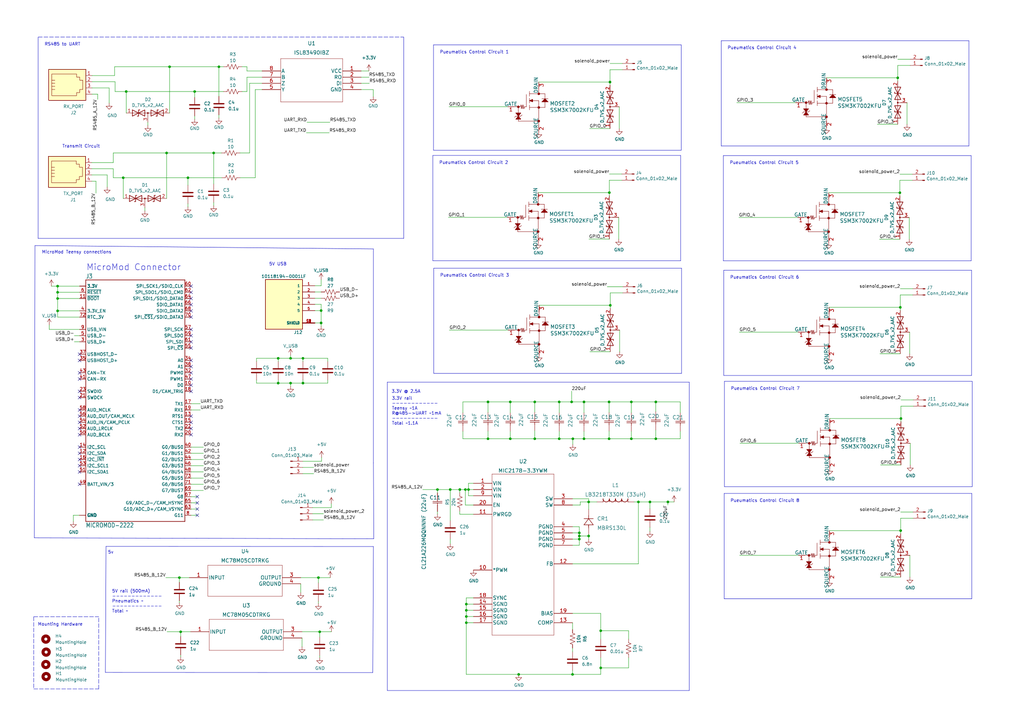
<source format=kicad_sch>
(kicad_sch (version 20220404) (generator eeschema)
  (paper "A3")
  (lib_symbols
    (symbol "+3.3V_1" (power) (pin_names (offset 0))
      (property "Value" "+3.3V" (at 0 5.4356 0))
      (symbol "+3.3V_1_1_1"
        (pin power_out line (at 0 0 90) (length 0) hide (name "+3V3") (number "1"))
      )
    )
    (symbol "+3.3V_2" (power) (pin_names (offset 0))
      (property "Value" "+3.3V" (at 0 5.08 0))
      (symbol "+3.3V_2_1_1"
        (pin passive line (at 0 0 90) (length 0) hide (name "+3V3") (number "1"))
      )
    )
    (symbol "+5V_1" (power) (pin_names (offset 0))
      (property "Value" "+5V_1" (at 0 3.81 0))
      (symbol "+5V_1_1_1"
        (pin passive line (at 0 0 90) (length 0) hide (name "+5V") (number "1"))
      )
    )
    (symbol "+5V_3" (power) (pin_names (offset 0))
      (property "Value" "+5V" (at 0 5.334 0))
      (symbol "+5V_3_1_1"
        (pin passive line (at 0 0 90) (length 0) hide (name "+5V") (number "1"))
      )
    )
    (symbol "+5V_4" (power) (pin_names (offset 0))
      (property "Value" "+5V_4" (at 0 3.81 0))
      (symbol "+5V_4_1_1"
        (pin passive line (at 0 0 90) (length 0) hide (name "+5V") (number "1"))
      )
    )
    (symbol "10118194-0001LF:10118194-0001LF" (pin_names (offset 1.016))
      (property "Reference" "J" (at -7.366 10.668 0))
      (property "Value" "10118194-0001LF" (at -7.62 -12.7 0))
      (symbol "10118194-0001LF_0_0"
        (pin passive line (at -12.7 7.62 0) (length 5.08) (name "1") (number "1"))
        (pin passive line (at -12.7 5.08 0) (length 5.08) (name "2") (number "2"))
        (pin passive line (at -12.7 2.54 0) (length 5.08) (name "3") (number "3"))
        (pin passive line (at -12.7 0 0) (length 5.08) (name "4") (number "4"))
        (pin passive line (at -12.7 -2.54 0) (length 5.08) (name "5") (number "5"))
        (pin passive line (at -12.7 -7.62 0) (length 5.08) (name "SHIELD") (number "S1"))
        (pin passive line (at -12.7 -7.62 0) (length 5.08) (name "SHIELD") (number "S2"))
        (pin passive line (at -12.7 -7.62 0) (length 5.08) (name "SHIELD") (number "S3"))
        (pin passive line (at -12.7 -7.62 0) (length 5.08) (name "SHIELD") (number "S4"))
        (pin passive line (at -12.7 -7.62 0) (length 5.08) (name "SHIELD") (number "S5"))
        (pin passive line (at -12.7 -7.62 0) (length 5.08) (name "SHIELD") (number "S6"))
      )
    )
    (symbol "12V5V:MC78M05CDTRKG" (pin_names (offset 0.254))
      (property "Reference" "U" (at 22.86 10.16 0))
      (property "Value" "MC78M05CDTRKG" (at 22.86 7.62 0))
      (symbol "MC78M05CDTRKG_1_1"
        (pin input line (at 0 0 0) (length 7.62) (name "INPUT") (number "1"))
        (pin output line (at 45.72 0 180) (length 7.62) (name "OUTPUT") (number "3"))
        (pin power_in line (at 45.72 -2.54 180) (length 7.62) (name "GROUND") (number "4"))
      )
    )
    (symbol "2021-12-24_05-54-00:SSM3K7002KFU" (pin_names (offset 0))
      (property "Reference" "MOSFET" (at 0 0 0))
      (property "Value" "2021-12-24_05-54-00_SSM3K7002KFU" (at 0 0 0))
      (symbol "SSM3K7002KFU_1_1"
        (pin unspecified line (at -2.54 -7.62 0) (length 2.54) (name "GATE") (number "1"))
        (pin unspecified line (at 10.16 -17.78 90) (length 2.54) (name "SOURCE") (number "2"))
        (pin unspecified line (at 10.16 2.54 270) (length 2.54) (name "DRAIN") (number "3"))
      )
    )
    (symbol "2022-03-23_15-47-26:ISL83490IBZ" (pin_names (offset 0.254))
      (property "Reference" "U" (at 20.32 10.16 0))
      (property "Value" "ISL83490IBZ" (at 20.32 7.62 0))
      (symbol "ISL83490IBZ_1_1"
        (pin power_in line (at 0 0 0) (length 7.62) (name "VCC") (number "1"))
        (pin output line (at 0 -2.54 0) (length 7.62) (name "RO") (number "2"))
        (pin input line (at 0 -5.08 0) (length 7.62) (name "DI") (number "3"))
        (pin power_in line (at 0 -7.62 0) (length 7.62) (name "GND") (number "4"))
        (pin output line (at 40.64 -7.62 180) (length 7.62) (name "Y") (number "5"))
        (pin output line (at 40.64 -5.08 180) (length 7.62) (name "Z") (number "6"))
        (pin input line (at 40.64 -2.54 180) (length 7.62) (name "B") (number "7"))
        (pin input line (at 40.64 0 180) (length 7.62) (name "A") (number "8"))
      )
    )
    (symbol "3.3Sw:MIC2178-3.3YWM" (pin_names (offset 0.254))
      (property "Reference" "U?" (at 20.32 10.287 0))
      (property "Value" "MIC2178-3.3YWM" (at 20.32 6.477 0))
      (symbol "MIC2178-3.3YWM_1_1"
        (pin power_in line (at 0 1.27 0) (length 7.62) (name "VIN") (number "1"))
        (pin input line (at 0 -34.29 0) (length 7.62) (name "*PWM") (number "10"))
        (pin output line (at 0 -11.43 0) (length 7.62) (name "PWRGD") (number "11"))
        (pin input line (at 40.64 -31.75 180) (length 7.62) (name "FB") (number "12"))
        (pin output line (at 40.64 -55.88 180) (length 7.62) (name "COMP") (number "13"))
        (pin power_in line (at 0 -48.26 0) (length 7.62) (name "SGND") (number "14"))
        (pin power_in line (at 0 -50.8 0) (length 7.62) (name "SGND") (number "15"))
        (pin power_in line (at 0 -53.34 0) (length 7.62) (name "SGND") (number "16"))
        (pin power_in line (at 0 -55.88 0) (length 7.62) (name "SGND") (number "17"))
        (pin input line (at 0 -45.72 0) (length 7.62) (name "SYNC") (number "18"))
        (pin power_in line (at 40.64 -52.07 180) (length 7.62) (name "BIAS") (number "19"))
        (pin power_in line (at 0 -1.27 0) (length 7.62) (name "VIN") (number "2"))
        (pin input line (at 0 -7.62 0) (length 7.62) (name "EN") (number "20"))
        (pin output line (at 40.64 -5.08 180) (length 7.62) (name "SW") (number "3"))
        (pin power_in line (at 40.64 -16.51 180) (length 7.62) (name "PGND") (number "4"))
        (pin power_in line (at 40.64 -19.05 180) (length 7.62) (name "PGND") (number "5"))
        (pin power_in line (at 40.64 -21.59 180) (length 7.62) (name "PGND") (number "6"))
        (pin power_in line (at 40.64 -24.13 180) (length 7.62) (name "PGND") (number "7"))
        (pin output line (at 40.64 -7.62 180) (length 7.62) (name "SW") (number "8"))
        (pin power_in line (at 0 -3.81 0) (length 7.62) (name "VIN") (number "9"))
      )
    )
    (symbol "Cap22U:CL21A226MQQNNNF" (pin_numbers hide) (pin_names (offset 1.651) hide)
      (property "Reference" "C" (at 3.81 3.81 0))
      (property "Value" "CL21A226MQQNNNF" (at 3.81 -7.62 0))
      (symbol "CL21A226MQQNNNF_1_1"
        (pin unspecified line (at 0 0 0) (length 2.54) (name "1") (number "1"))
        (pin unspecified line (at 7.62 0 180) (length 2.54) (name "2") (number "2"))
      )
    )
    (symbol "Connector:4P4C" (pin_names (offset 1.016))
      (property "Reference" "J" (at -5.08 8.89 0))
      (property "Value" "4P4C" (at 2.54 8.89 0))
      (symbol "4P4C_1_1"
        (pin passive line (at 10.16 -2.54 180) (length 2.54) (name "~") (number "1"))
        (pin passive line (at 10.16 0 180) (length 2.54) (name "~") (number "2"))
        (pin passive line (at 10.16 2.54 180) (length 2.54) (name "~") (number "3"))
        (pin passive line (at 10.16 5.08 180) (length 2.54) (name "~") (number "4"))
      )
    )
    (symbol "Connector:Conn_01x02_Male" (pin_names (offset 1.016) hide)
      (property "Reference" "J" (at 0 2.54 0))
      (property "Value" "Conn_01x02_Male" (at 0 -5.08 0))
      (symbol "Conn_01x02_Male_1_1"
        (pin passive line (at 5.08 0 180) (length 3.81) (name "Pin_1") (number "1"))
        (pin passive line (at 5.08 -2.54 180) (length 3.81) (name "Pin_2") (number "2"))
      )
    )
    (symbol "Connector:Conn_01x03_Male" (pin_names (offset 1.016) hide)
      (property "Reference" "J" (at 0 5.08 0))
      (property "Value" "Conn_01x03_Male" (at 0 -5.08 0))
      (symbol "Conn_01x03_Male_1_1"
        (pin passive line (at 5.08 2.54 180) (length 3.81) (name "Pin_1") (number "1"))
        (pin passive line (at 5.08 0 180) (length 3.81) (name "Pin_2") (number "2"))
        (pin passive line (at 5.08 -2.54 180) (length 3.81) (name "Pin_3") (number "3"))
      )
    )
    (symbol "Device:C" (pin_numbers hide) (pin_names (offset 0.254))
      (property "Reference" "C" (at 0.635 2.54 0))
      (property "Value" "C" (at 0.635 -2.54 0))
      (symbol "C_1_1"
        (pin passive line (at 0 3.81 270) (length 2.794) (name "~") (number "1"))
        (pin passive line (at 0 -3.81 90) (length 2.794) (name "~") (number "2"))
      )
    )
    (symbol "Device:D_TVS_x2_AAC" (pin_names (offset 1.016) hide)
      (property "Reference" "D" (at 0 4.445 0))
      (property "Value" "Device_D_TVS_x2_AAC" (at 0 2.54 0))
      (symbol "D_TVS_x2_AAC_1_1"
        (pin passive line (at -8.89 0 0) (length 2.54) (name "A1") (number "1"))
        (pin passive line (at 8.89 0 180) (length 2.54) (name "A2") (number "2"))
        (pin input line (at 0 -3.81 90) (length 2.54) (name "common") (number "3"))
      )
    )
    (symbol "Device:R_US" (pin_numbers hide) (pin_names (offset 0))
      (property "Reference" "R" (at 2.54 0 90))
      (property "Value" "R_US" (at -2.54 0 90))
      (symbol "R_US_1_1"
        (pin passive line (at 0 3.81 270) (length 1.27) (name "~") (number "1"))
        (pin passive line (at 0 -3.81 90) (length 1.27) (name "~") (number "2"))
      )
    )
    (symbol "GND_1" (power) (pin_names (offset 0))
      (property "Value" "GND" (at 0 -3.81 0))
      (symbol "GND_1_1_1"
        (pin power_out line (at 0 0 270) (length 0) hide (name "GND") (number "1"))
      )
    )
    (symbol "MBRS130L:MBRS130L" (pin_numbers hide) (pin_names (offset -1.651) hide)
      (property "Reference" "CR" (at 5.08 4.445 0))
      (property "Value" "MBRS130L" (at 5.08 -7.62 0))
      (symbol "MBRS130L_1_1"
        (pin unspecified line (at 10.16 0 180) (length 2.54) (name "1") (number "1"))
        (pin unspecified line (at 0 0 0) (length 2.54) (name "2") (number "2"))
      )
    )
    (symbol "Mechanical:MountingHole" (pin_names (offset 1.016))
      (property "Reference" "H" (at 0 5.08 0))
      (property "Value" "MountingHole" (at 0 3.175 0))
    )
    (symbol "Test Rs485-eagle-import:MICROMOD-2222"
      (property "Reference" "J" (at -20.32 53.848 0))
      (property "Value" "MICROMOD-2222" (at -20.32 -48.26 0))
      (symbol "MICROMOD-2222_1_0"
        (pin bidirectional line (at -22.86 -43.18 0) (length 2.54) (name "GND") (number "1"))
        (pin bidirectional line (at 22.86 10.16 180) (length 2.54) (name "D0") (number "10"))
        (pin bidirectional line (at -22.86 45.72 0) (length 2.54) (name "~{BOOT}") (number "11"))
        (pin bidirectional line (at -22.86 -17.78 0) (length 2.54) (name "I2C_SDA") (number "12"))
        (pin bidirectional line (at 22.86 -2.54 180) (length 2.54) (name "RTS1") (number "13"))
        (pin bidirectional line (at -22.86 -15.24 0) (length 2.54) (name "I2C_SCL") (number "14"))
        (pin bidirectional line (at 22.86 -5.08 180) (length 2.54) (name "CTS1") (number "15"))
        (pin bidirectional line (at -22.86 -20.32 0) (length 2.54) (name "I2C_~{INT}") (number "16"))
        (pin bidirectional line (at 22.86 2.54 180) (length 2.54) (name "TX1") (number "17"))
        (pin bidirectional line (at 22.86 7.62 180) (length 2.54) (name "D1/CAM_TRIG") (number "18"))
        (pin bidirectional line (at 22.86 0 180) (length 2.54) (name "RX1") (number "19"))
        (pin bidirectional line (at -22.86 50.8 0) (length 2.54) (name "3.3V") (number "2"))
        (pin bidirectional line (at 22.86 -10.16 180) (length 2.54) (name "RX2") (number "20"))
        (pin bidirectional line (at -22.86 5.08 0) (length 2.54) (name "SWDCK") (number "21"))
        (pin bidirectional line (at 22.86 -7.62 180) (length 2.54) (name "TX2") (number "22"))
        (pin bidirectional line (at -22.86 7.62 0) (length 2.54) (name "SWDIO") (number "23"))
        (pin bidirectional line (at -22.86 27.94 0) (length 2.54) (name "USB_D+") (number "3"))
        (pin bidirectional line (at 22.86 15.24 180) (length 2.54) (name "PWM0") (number "32"))
        (pin bidirectional line (at -22.86 -43.18 0) (length 2.54) (name "GND") (number "33"))
        (pin bidirectional line (at 22.86 20.32 180) (length 2.54) (name "A0") (number "34"))
        (pin bidirectional line (at -22.86 20.32 0) (length 2.54) (name "USBHOST_D+") (number "35"))
        (pin bidirectional line (at -22.86 -43.18 0) (length 2.54) (name "GND") (number "36"))
        (pin bidirectional line (at -22.86 22.86 0) (length 2.54) (name "USBHOST_D-") (number "37"))
        (pin bidirectional line (at 22.86 17.78 180) (length 2.54) (name "A1") (number "38"))
        (pin bidirectional line (at -22.86 -43.18 0) (length 2.54) (name "GND") (number "39"))
        (pin bidirectional line (at -22.86 40.64 0) (length 2.54) (name "3.3V_EN") (number "4"))
        (pin bidirectional line (at 22.86 -15.24 180) (length 2.54) (name "G0/BUS0") (number "40"))
        (pin bidirectional line (at -22.86 12.7 0) (length 2.54) (name "CAN-RX") (number "41"))
        (pin bidirectional line (at 22.86 -17.78 180) (length 2.54) (name "G1/BUS1") (number "42"))
        (pin bidirectional line (at -22.86 15.24 0) (length 2.54) (name "CAN-TX") (number "43"))
        (pin bidirectional line (at 22.86 -20.32 180) (length 2.54) (name "G2/BUS2") (number "44"))
        (pin bidirectional line (at -22.86 -43.18 0) (length 2.54) (name "GND") (number "45"))
        (pin bidirectional line (at 22.86 -22.86 180) (length 2.54) (name "G3/BUS3") (number "46"))
        (pin bidirectional line (at 22.86 12.7 180) (length 2.54) (name "PWM1") (number "47"))
        (pin bidirectional line (at 22.86 -25.4 180) (length 2.54) (name "G4/BUS4") (number "48"))
        (pin bidirectional line (at -22.86 -30.48 0) (length 2.54) (name "BATT_VIN/3") (number "49"))
        (pin bidirectional line (at -22.86 30.48 0) (length 2.54) (name "USB_D-") (number "5"))
        (pin bidirectional line (at -22.86 -10.16 0) (length 2.54) (name "AUD_BCLK") (number "50"))
        (pin bidirectional line (at -22.86 -25.4 0) (length 2.54) (name "I2C_SDA1") (number "51"))
        (pin bidirectional line (at -22.86 -7.62 0) (length 2.54) (name "AUD_LRCLK") (number "52"))
        (pin bidirectional line (at -22.86 -22.86 0) (length 2.54) (name "I2C_SCL1") (number "53"))
        (pin bidirectional line (at -22.86 -5.08 0) (length 2.54) (name "AUD_IN/CAM_PCLK") (number "54"))
        (pin bidirectional line (at 22.86 25.4 180) (length 2.54) (name "SPI_~{CS}") (number "55"))
        (pin bidirectional line (at -22.86 -2.54 0) (length 2.54) (name "AUD_OUT/CAM_MCLK") (number "56"))
        (pin bidirectional line (at 22.86 33.02 180) (length 2.54) (name "SPI_SCK") (number "57"))
        (pin bidirectional line (at -22.86 0 0) (length 2.54) (name "AUD_MCLK") (number "58"))
        (pin bidirectional line (at 22.86 30.48 180) (length 2.54) (name "SPI_SDO") (number "59"))
        (pin bidirectional line (at -22.86 48.26 0) (length 2.54) (name "~{RESET}") (number "6"))
        (pin bidirectional line (at 22.86 50.8 180) (length 2.54) (name "SPI_SCK1/SDIO_CLK") (number "60"))
        (pin bidirectional line (at 22.86 27.94 180) (length 2.54) (name "SPI_SDI") (number "61"))
        (pin bidirectional line (at 22.86 48.26 180) (length 2.54) (name "SPI_SDO1/SDIO_CMD") (number "62"))
        (pin bidirectional line (at 22.86 -40.64 180) (length 2.54) (name "G10/ADC_D+/CAM_VSYNC") (number "63"))
        (pin bidirectional line (at 22.86 45.72 180) (length 2.54) (name "SPI_SDI1/SDIO_DATA0") (number "64"))
        (pin bidirectional line (at 22.86 -38.1 180) (length 2.54) (name "G9/ADC_D-/CAM_HSYNC") (number "65"))
        (pin bidirectional line (at 22.86 43.18 180) (length 2.54) (name "SDIO_DATA1") (number "66"))
        (pin bidirectional line (at 22.86 -35.56 180) (length 2.54) (name "G8") (number "67"))
        (pin bidirectional line (at 22.86 40.64 180) (length 2.54) (name "SDIO_DATA2") (number "68"))
        (pin bidirectional line (at 22.86 -33.02 180) (length 2.54) (name "G7/BUS7") (number "69"))
        (pin bidirectional line (at -22.86 -43.18 0) (length 2.54) (name "GND") (number "7"))
        (pin bidirectional line (at 22.86 38.1 180) (length 2.54) (name "SPI_~{CS1}/SDIO_DATA3") (number "70"))
        (pin bidirectional line (at 22.86 -30.48 180) (length 2.54) (name "G6/BUS6") (number "71"))
        (pin bidirectional line (at -22.86 38.1 0) (length 2.54) (name "RTC_3V") (number "72"))
        (pin bidirectional line (at 22.86 -27.94 180) (length 2.54) (name "G5/BUS5") (number "73"))
        (pin bidirectional line (at -22.86 50.8 0) (length 2.54) (name "3.3V") (number "74"))
        (pin bidirectional line (at -22.86 -43.18 0) (length 2.54) (name "GND") (number "75"))
        (pin bidirectional line (at 22.86 -43.18 180) (length 2.54) (name "G11") (number "8"))
        (pin bidirectional line (at -22.86 33.02 0) (length 2.54) (name "USB_VIN") (number "9"))
        (pin bidirectional line (at -22.86 -43.18 0) (length 2.54) (name "GND") (number "GND1"))
        (pin bidirectional line (at -22.86 -43.18 0) (length 2.54) (name "GND") (number "GND2"))
        (pin bidirectional line (at -22.86 -43.18 0) (length 2.54) (name "GND") (number "GND3"))
      )
    )
    (symbol "induct33u:LB3218T330M" (pin_numbers hide) (pin_names (offset 1.651) hide)
      (property "Reference" "L" (at 6.985 5.08 0))
      (property "Value" "LB3218T330M" (at 6.985 -5.715 0))
      (symbol "LB3218T330M_1_1"
        (pin unspecified line (at 15.24 0 180) (length 2.54) (name "1") (number "1"))
        (pin unspecified line (at 0 0 0) (length 2.54) (name "2") (number "2"))
      )
    )
    (symbol "power:+3.3V" (power) (pin_names (offset 0))
      (property "Value" "+3.3V" (at 0 5.08 0))
      (symbol "+3.3V_1_1"
        (pin power_out line (at 0 0 90) (length 0) hide (name "+3V3") (number "1"))
      )
    )
    (symbol "power:+5V" (power) (pin_names (offset 0))
      (property "Value" "+5V" (at 0 3.81 0))
      (symbol "+5V_1_1"
        (pin passive line (at 0 0 90) (length 0) hide (name "+5V") (number "1"))
      )
    )
    (symbol "power:GND" (power) (pin_names (offset 0))
      (property "Value" "GND" (at 0 -3.81 0))
      (symbol "GND_1_1"
        (pin power_in line (at 0 0 270) (length 0) hide (name "GND") (number "1"))
      )
    )
  )
  (junction (at 250.317 125.222))
  (junction (at 229.362 164.846))
  (junction (at 234.95 179.959))
  (junction (at 250.19 33.655))
  (junction (at 119.1768 146.9644) (diameter 0.9144))
  (junction (at 79.8322 37.5412))
  (junction (at 124.2568 146.9644) (diameter 0.9144))
  (junction (at 219.329 164.846))
  (junction (at 23.622 127.508))
  (junction (at 89.789 27.3812))
  (junction (at 119.1768 157.1244) (diameter 0.9144))
  (junction (at 369.0874 79.0448))
  (junction (at 241.427 205.867))
  (junction (at 114.0968 157.1244) (diameter 0.9144))
  (junction (at 234.442 164.846))
  (junction (at 268.986 164.846))
  (junction (at 261.8486 205.867))
  (junction (at 246.38 258.699))
  (junction (at 209.296 164.846))
  (junction (at 200.152 179.959))
  (junction (at 23.622 122.428))
  (junction (at 114.0968 146.9644) (diameter 0.9144))
  (junction (at 229.362 179.959))
  (junction (at 188.595 200.787))
  (junction (at 191.262 250.317))
  (junction (at 237.617 219.837))
  (junction (at 184.658 200.787))
  (junction (at 191.262 255.397))
  (junction (at 131.1148 259.1308))
  (junction (at 258.953 164.846))
  (junction (at 74.0918 259.1308))
  (junction (at 130.6068 236.9058))
  (junction (at 209.296 179.959))
  (junction (at 219.329 179.959))
  (junction (at 268.986 179.959))
  (junction (at 50.546 72.898))
  (junction (at 369.3922 217.6272))
  (junction (at 273.939 205.867))
  (junction (at 239.522 179.959))
  (junction (at 69.5452 27.3812))
  (junction (at 131.699 127.381) (diameter 0.9144))
  (junction (at 368.1984 31.9278))
  (junction (at 249.809 179.959))
  (junction (at 87.63 62.738))
  (junction (at 369.2652 126.0602))
  (junction (at 51.7652 37.5412))
  (junction (at 179.4256 200.787))
  (junction (at 192.151 200.787))
  (junction (at 191.262 252.857))
  (junction (at 131.699 132.461) (diameter 0.9144))
  (junction (at 23.622 119.888))
  (junction (at 23.622 117.348))
  (junction (at 124.2568 157.1244) (diameter 0.9144))
  (junction (at 68.326 62.738))
  (junction (at 239.522 164.846))
  (junction (at 258.953 179.959))
  (junction (at 200.152 164.846))
  (junction (at 234.823 276.606))
  (junction (at 249.809 164.846))
  (junction (at 191.262 247.777))
  (junction (at 212.725 276.606))
  (junction (at 77.089 72.898))
  (junction (at 369.5192 171.6532))
  (junction (at 241.427 219.837))
  (junction (at 266.573 205.867))
  (junction (at 249.936 78.994))
  (junction (at 237.617 221.107))
  (junction (at 237.617 218.567))
  (junction (at 73.5838 236.9058))
  (junction (at 246.38 273.939))
  (junction (at 190.881 200.787))
  (no_connect (at 32.639 145.288))
  (no_connect (at 32.639 147.828))
  (no_connect (at 32.639 152.908))
  (no_connect (at 32.639 155.448))
  (no_connect (at 32.639 160.528))
  (no_connect (at 32.639 163.068))
  (no_connect (at 32.639 168.148))
  (no_connect (at 32.639 170.688))
  (no_connect (at 32.639 173.228))
  (no_connect (at 32.639 175.768))
  (no_connect (at 32.639 178.308))
  (no_connect (at 32.639 183.388))
  (no_connect (at 32.639 185.928))
  (no_connect (at 32.639 188.468))
  (no_connect (at 32.639 191.008))
  (no_connect (at 32.639 193.548))
  (no_connect (at 78.359 117.348))
  (no_connect (at 78.359 119.888))
  (no_connect (at 78.359 122.428))
  (no_connect (at 78.359 124.968))
  (no_connect (at 78.359 127.508))
  (no_connect (at 78.359 130.048))
  (no_connect (at 78.359 135.128))
  (no_connect (at 78.359 137.668))
  (no_connect (at 78.359 140.208))
  (no_connect (at 78.359 142.748))
  (no_connect (at 78.359 147.828))
  (no_connect (at 78.359 150.368))
  (no_connect (at 78.359 152.908))
  (no_connect (at 78.359 155.448))
  (no_connect (at 78.359 157.988))
  (no_connect (at 78.359 160.528))
  (no_connect (at 78.359 170.688))
  (no_connect (at 78.359 173.228))
  (no_connect (at 78.359 175.768))
  (no_connect (at 78.359 178.308))
  (no_connect (at 80.899 203.708))
  (no_connect (at 80.899 206.248))
  (no_connect (at 80.899 208.788))
  (no_connect (at 80.899 211.328))
  (no_connect (at 32.639 198.628))
  (wire (pts (xy 101.2952 37.5412) (xy 101.2952 31.6484)))
  (wire (pts (xy 73.5838 247.1928) (xy 73.5838 246.4308)))
  (wire (pts (xy 124.2568 157.1244) (xy 119.1768 157.1244)))
  (wire (pts (xy 194.183 207.137) (xy 190.881 207.137)))
  (wire (pts (xy 78.359 185.928) (xy 83.439 185.928)))
  (wire (pts (xy 99.2632 27.3812) (xy 101.2952 27.3812)))
  (polyline (pts (xy 398.6022 245.5672) (xy 398.6022 202.3872)))
  (wire (pts (xy 249.809 164.846) (xy 249.809 169.164)))
  (wire (pts (xy 99.2632 37.5412) (xy 101.2952 37.5412)))
  (wire (pts (xy 191.262 276.606) (xy 212.725 276.606)))
  (wire (pts (xy 234.442 164.846) (xy 234.442 160.401)))
  (wire (pts (xy 74.0918 269.4178) (xy 74.0918 268.6558)))
  (wire (pts (xy 253.746 98.044) (xy 253.746 89.154)))
  (wire (pts (xy 78.359 196.088) (xy 83.439 196.088)))
  (wire (pts (xy 98.552 72.898) (xy 104.6988 72.898)))
  (wire (pts (xy 129.159 119.761) (xy 131.699 119.761)))
  (wire (pts (xy 46.99 27.3812) (xy 69.5452 27.3812)))
  (wire (pts (xy 241.554 98.044) (xy 249.936 98.044)))
  (wire (pts (xy 51.7652 37.5412) (xy 51.7652 46.355)))
  (polyline (pts (xy 398.4752 154.0002) (xy 398.4752 110.8202)))
  (wire (pts (xy 105.2068 157.1244) (xy 114.0968 157.1244)))
  (wire (pts (xy 68.326 62.738) (xy 68.326 81.407)))
  (wire (pts (xy 131.1148 259.1308) (xy 131.1148 261.2898)))
  (wire (pts (xy 250.317 125.222) (xy 250.317 126.492)))
  (wire (pts (xy 37.7698 33.528) (xy 47.1932 33.528)))
  (wire (pts (xy 209.296 179.959) (xy 219.329 179.959)))
  (wire (pts (xy 257.81 273.939) (xy 246.38 273.939)))
  (wire (pts (xy 73.5838 236.9058) (xy 77.6478 236.9058)))
  (polyline (pts (xy 13.843 252.984) (xy 40.513 252.984)) (stroke (width 0) (type dash)))
  (wire (pts (xy 78.359 188.468) (xy 83.439 188.468)))
  (polyline (pts (xy 177.8 61.595) (xy 177.8 18.415)))
  (wire (pts (xy 368.1984 31.9278) (xy 368.1984 33.1978)))
  (polyline (pts (xy 165.608 15.24) (xy 165.608 97.79)))
  (wire (pts (xy 87.63 83.058) (xy 87.63 84.328)))
  (wire (pts (xy 37.6428 66.675) (xy 46.482 66.675)))
  (wire (pts (xy 37.6428 71.755) (xy 43.942 71.755)))
  (wire (pts (xy 46.482 72.898) (xy 50.546 72.898)))
  (wire (pts (xy 78.359 168.148) (xy 82.169 168.148)))
  (wire (pts (xy 372.8974 98.0948) (xy 372.8974 89.2048)))
  (wire (pts (xy 200.152 164.846) (xy 209.296 164.846)))
  (wire (pts (xy 135.0518 54.483) (xy 125.6538 54.483)))
  (wire (pts (xy 372.0084 50.9778) (xy 372.0084 42.0878)))
  (wire (pts (xy 69.5452 27.3812) (xy 89.789 27.3812)))
  (wire (pts (xy 368.1984 26.8478) (xy 368.1984 31.9278)))
  (wire (pts (xy 194.183 250.317) (xy 191.262 250.317)))
  (wire (pts (xy 124.2568 146.9644) (xy 124.2568 148.2344)))
  (wire (pts (xy 151.4348 34.1884) (xy 151.4348 34.163)))
  (wire (pts (xy 123.8758 259.1308) (xy 131.1148 259.1308)))
  (wire (pts (xy 194.183 245.237) (xy 191.262 245.237)))
  (wire (pts (xy 124.2568 146.9644) (xy 134.4168 146.9644)))
  (wire (pts (xy 219.329 179.959) (xy 229.362 179.959)))
  (wire (pts (xy 23.622 117.348) (xy 32.639 117.348)))
  (wire (pts (xy 189.865 164.846) (xy 200.152 164.846)))
  (wire (pts (xy 234.95 179.959) (xy 234.95 182.245)))
  (wire (pts (xy 258.953 179.959) (xy 249.809 179.959)))
  (wire (pts (xy 131.699 133.731) (xy 131.699 132.461)))
  (wire (pts (xy 302.1584 42.0878) (xy 326.2884 42.0878)))
  (polyline (pts (xy 295.8084 59.8678) (xy 295.8084 16.6878)))
  (wire (pts (xy 44.7548 36.068) (xy 44.7548 42.291)))
  (wire (pts (xy 241.427 219.837) (xy 237.617 219.837)))
  (wire (pts (xy 339.8774 79.0448) (xy 369.0874 79.0448)))
  (wire (pts (xy 153.0604 36.7284) (xy 153.0604 39.624)))
  (wire (pts (xy 134.4168 155.8544) (xy 134.4168 157.1244)))
  (polyline (pts (xy 153.289 220.98) (xy 14.097 220.599)))
  (wire (pts (xy 131.699 124.841) (xy 131.699 127.381)))
  (wire (pts (xy 129.159 122.301) (xy 131.699 122.301)))
  (wire (pts (xy 173.355 200.787) (xy 179.4256 200.787)))
  (wire (pts (xy 369.5192 164.0332) (xy 374.5992 164.0332)))
  (wire (pts (xy 249.047 117.602) (xy 255.397 117.602)))
  (polyline (pts (xy 297.1292 156.4132) (xy 398.7292 156.4132)))
  (polyline (pts (xy 43.2308 275.7932) (xy 43.4848 224.1042)))
  (wire (pts (xy 179.4256 200.787) (xy 179.4256 202.184)))
  (wire (pts (xy 188.595 200.787) (xy 190.881 200.787)))
  (wire (pts (xy 89.789 27.3812) (xy 91.6432 27.3812)))
  (wire (pts (xy 194.183 210.947) (xy 188.595 210.947)))
  (wire (pts (xy 132.6896 213.2584) (xy 128.2192 213.2584)))
  (polyline (pts (xy 177.927 153.162) (xy 279.527 153.162)))
  (wire (pts (xy 234.95 179.959) (xy 229.362 179.959)))
  (wire (pts (xy 229.362 164.846) (xy 229.362 169.291)))
  (wire (pts (xy 234.823 255.397) (xy 234.823 258.191)))
  (wire (pts (xy 189.865 169.291) (xy 189.865 164.846)))
  (wire (pts (xy 250.19 28.575) (xy 255.27 28.575)))
  (wire (pts (xy 261.8486 205.867) (xy 266.573 205.867)))
  (wire (pts (xy 234.823 218.567) (xy 237.617 218.567)))
  (wire (pts (xy 194.183 198.247) (xy 192.151 198.247)))
  (wire (pts (xy 23.622 127.508) (xy 32.639 127.508)))
  (wire (pts (xy 78.359 203.708) (xy 80.899 203.708)))
  (wire (pts (xy 30.099 211.328) (xy 30.099 213.868)))
  (polyline (pts (xy 153.289 220.98) (xy 153.162 189.865)))
  (wire (pts (xy 254.127 144.272) (xy 254.127 135.382)))
  (wire (pts (xy 89.789 47.117) (xy 89.789 48.387)))
  (wire (pts (xy 266.573 205.867) (xy 273.939 205.867)))
  (wire (pts (xy 37.6428 69.215) (xy 46.482 69.215)))
  (wire (pts (xy 250.19 26.035) (xy 255.27 26.035)))
  (polyline (pts (xy 397.4084 59.8678) (xy 397.4084 16.6878)))
  (wire (pts (xy 360.8832 145.1102) (xy 369.2652 145.1102)))
  (wire (pts (xy 368.1984 26.8478) (xy 373.2784 26.8478)))
  (wire (pts (xy 254 52.705) (xy 254 43.815)))
  (polyline (pts (xy 282.702 156.718) (xy 282.702 283.21)))
  (wire (pts (xy 73.5838 238.8108) (xy 73.5838 236.9058)))
  (wire (pts (xy 373.2022 236.6772) (xy 373.2022 227.7872)))
  (wire (pts (xy 102.362 62.738) (xy 98.425 62.738)))
  (polyline (pts (xy 279.4 61.595) (xy 279.4 18.415)))
  (wire (pts (xy 241.427 219.837) (xy 241.427 221.107)))
  (wire (pts (xy 260.0706 205.867) (xy 261.8486 205.867)))
  (wire (pts (xy 37.7698 38.608) (xy 40.0558 38.608)))
  (wire (pts (xy 192.151 200.787) (xy 194.183 200.787)))
  (wire (pts (xy 191.262 255.397) (xy 191.262 276.606)))
  (wire (pts (xy 131.699 114.681) (xy 131.699 117.221)))
  (wire (pts (xy 179.4256 210.82) (xy 179.4256 209.804)))
  (polyline (pts (xy 296.6974 106.9848) (xy 296.6974 63.8048)))
  (wire (pts (xy 148.1328 34.1884) (xy 151.4348 34.1884)))
  (wire (pts (xy 124.2568 146.9644) (xy 119.1768 146.9644)))
  (wire (pts (xy 74.0918 261.0358) (xy 74.0918 259.1308)))
  (wire (pts (xy 234.823 231.267) (xy 261.8486 231.267)))
  (polyline (pts (xy 297.0022 202.3872) (xy 398.6022 202.3872)))
  (wire (pts (xy 209.296 164.846) (xy 209.296 169.291)))
  (polyline (pts (xy 295.8084 16.6878) (xy 397.4084 16.6878)))
  (wire (pts (xy 129.159 127.381) (xy 131.699 127.381)))
  (wire (pts (xy 237.617 216.027) (xy 237.617 218.567)))
  (wire (pts (xy 246.38 269.748) (xy 246.38 273.939)))
  (wire (pts (xy 78.359 165.608) (xy 82.169 165.608)))
  (wire (pts (xy 368.1984 24.3078) (xy 373.2784 24.3078)))
  (polyline (pts (xy 177.546 106.934) (xy 177.546 63.754)))
  (wire (pts (xy 249.936 73.914) (xy 249.936 78.994)))
  (wire (pts (xy 124.2568 155.8544) (xy 124.2568 157.1244)))
  (wire (pts (xy 77.089 72.898) (xy 90.932 72.898)))
  (wire (pts (xy 279.019 176.911) (xy 279.019 179.959)))
  (polyline (pts (xy 296.8752 154.0002) (xy 296.8752 110.8202)))
  (wire (pts (xy 188.595 210.947) (xy 188.595 209.677)))
  (wire (pts (xy 369.5192 166.5732) (xy 369.5192 171.6532)))
  (wire (pts (xy 107.4928 34.1884) (xy 102.362 34.1884)))
  (wire (pts (xy 229.362 176.911) (xy 229.362 179.959)))
  (polyline (pts (xy 279.527 153.162) (xy 279.527 109.982)))
  (wire (pts (xy 50.546 72.898) (xy 77.089 72.898)))
  (wire (pts (xy 194.183 252.857) (xy 191.262 252.857)))
  (wire (pts (xy 303.2252 136.2202) (xy 327.3552 136.2202)))
  (wire (pts (xy 191.262 247.777) (xy 191.262 250.317)))
  (polyline (pts (xy 158.877 156.718) (xy 282.702 156.718)))
  (wire (pts (xy 340.3092 171.6532) (xy 369.5192 171.6532)))
  (wire (pts (xy 188.595 200.787) (xy 188.595 202.057)))
  (wire (pts (xy 303.0474 89.2048) (xy 327.1774 89.2048)))
  (wire (pts (xy 369.3922 212.5472) (xy 374.4722 212.5472)))
  (wire (pts (xy 50.546 72.898) (xy 50.546 81.407)))
  (wire (pts (xy 268.986 164.846) (xy 268.986 168.783)))
  (wire (pts (xy 101.2952 27.3812) (xy 101.2952 29.1084)))
  (polyline (pts (xy 177.546 63.754) (xy 279.146 63.754)))
  (wire (pts (xy 369.3922 210.0072) (xy 374.4722 210.0072)))
  (wire (pts (xy 131.1148 269.6718) (xy 131.1148 268.9098)))
  (wire (pts (xy 60.6552 50.165) (xy 60.6552 51.435)))
  (wire (pts (xy 87.63 62.738) (xy 87.63 75.438)))
  (wire (pts (xy 279.019 169.291) (xy 279.019 164.846)))
  (polyline (pts (xy 177.927 109.982) (xy 279.527 109.982)))
  (wire (pts (xy 68.326 62.738) (xy 87.63 62.738)))
  (wire (pts (xy 43.942 71.755) (xy 43.942 76.708)))
  (wire (pts (xy 258.953 176.911) (xy 258.953 179.959)))
  (wire (pts (xy 46.482 69.215) (xy 46.482 72.898)))
  (wire (pts (xy 268.986 179.959) (xy 258.953 179.959)))
  (wire (pts (xy 190.881 200.787) (xy 192.151 200.787)))
  (polyline (pts (xy 282.702 283.21) (xy 158.877 283.21)))
  (wire (pts (xy 190.881 207.137) (xy 190.881 200.787)))
  (wire (pts (xy 151.3078 29.1084) (xy 148.1328 29.1084)))
  (polyline (pts (xy 15.621 97.79) (xy 15.621 15.24)))
  (wire (pts (xy 30.48 137.668) (xy 32.639 137.668)))
  (wire (pts (xy 246.38 251.587) (xy 246.38 258.699)))
  (wire (pts (xy 51.7652 37.5412) (xy 79.8322 37.5412)))
  (polyline (pts (xy 177.8 61.595) (xy 279.4 61.595)))
  (wire (pts (xy 249.809 176.784) (xy 249.809 179.959)))
  (wire (pts (xy 132.6896 210.7184) (xy 128.2192 210.7184)))
  (wire (pts (xy 369.0874 73.9648) (xy 369.0874 79.0448)))
  (wire (pts (xy 200.152 176.784) (xy 200.152 179.959)))
  (wire (pts (xy 219.329 164.846) (xy 219.329 169.037)))
  (wire (pts (xy 237.617 223.647) (xy 237.617 221.107)))
  (wire (pts (xy 220.726 78.994) (xy 249.936 78.994)))
  (wire (pts (xy 129.159 124.841) (xy 131.699 124.841)))
  (wire (pts (xy 369.3922 212.5472) (xy 369.3922 217.6272)))
  (wire (pts (xy 191.262 245.237) (xy 191.262 247.777)))
  (wire (pts (xy 78.359 198.628) (xy 83.439 198.628)))
  (wire (pts (xy 77.089 83.566) (xy 77.089 84.836)))
  (wire (pts (xy 373.3292 190.7032) (xy 373.3292 181.8132)))
  (wire (pts (xy 200.152 179.959) (xy 209.296 179.959)))
  (wire (pts (xy 369.2652 118.4402) (xy 374.3452 118.4402)))
  (wire (pts (xy 79.8322 37.5412) (xy 91.6432 37.5412)))
  (wire (pts (xy 257.81 269.748) (xy 257.81 273.939)))
  (wire (pts (xy 184.15 43.815) (xy 208.28 43.815)))
  (wire (pts (xy 79.8322 37.5412) (xy 79.8322 39.9542)))
  (wire (pts (xy 237.998 205.867) (xy 241.427 205.867)))
  (wire (pts (xy 37.6428 74.295) (xy 39.37 74.295)))
  (wire (pts (xy 184.658 200.787) (xy 188.595 200.787)))
  (wire (pts (xy 130.6068 247.4468) (xy 130.6068 246.6848)))
  (wire (pts (xy 78.359 201.168) (xy 83.439 201.168)))
  (polyline (pts (xy 296.6974 63.8048) (xy 398.2974 63.8048)))
  (wire (pts (xy 219.329 164.846) (xy 229.362 164.846)))
  (wire (pts (xy 250.317 120.142) (xy 255.397 120.142)))
  (wire (pts (xy 369.0874 79.0448) (xy 369.0874 80.3148)))
  (wire (pts (xy 123.8758 261.6708) (xy 123.8758 265.2268)))
  (wire (pts (xy 340.0552 126.0602) (xy 369.2652 126.0602)))
  (wire (pts (xy 179.4256 200.787) (xy 184.658 200.787)))
  (wire (pts (xy 303.4792 181.8132) (xy 327.6092 181.8132)))
  (polyline (pts (xy 297.0022 245.5672) (xy 297.0022 202.3872)))
  (wire (pts (xy 338.9884 31.9278) (xy 368.1984 31.9278)))
  (wire (pts (xy 241.935 144.272) (xy 250.317 144.272)))
  (wire (pts (xy 246.38 258.699) (xy 246.38 262.128)))
  (polyline (pts (xy 13.843 282.575) (xy 40.513 282.575)) (stroke (width 0) (type dash)))
  (wire (pts (xy 246.38 273.939) (xy 246.38 276.606)))
  (wire (pts (xy 119.1768 146.9644) (xy 114.0968 146.9644)))
  (wire (pts (xy 135.89 206.6036) (xy 135.89 208.1784)))
  (wire (pts (xy 189.865 179.959) (xy 200.152 179.959)))
  (wire (pts (xy 192.151 203.327) (xy 192.151 200.787)))
  (wire (pts (xy 128.2192 208.1784) (xy 135.89 208.1784)))
  (polyline (pts (xy 152.908 275.844) (xy 43.2308 275.7932)))
  (polyline (pts (xy 153.162 224.155) (xy 152.908 275.844)))
  (wire (pts (xy 102.362 34.1884) (xy 102.362 62.738)))
  (wire (pts (xy 128.6764 194.2592) (xy 124.206 194.2592)))
  (wire (pts (xy 104.6988 36.7284) (xy 104.6988 72.898)))
  (wire (pts (xy 261.8486 205.867) (xy 261.8486 231.267)))
  (wire (pts (xy 114.0968 146.9644) (xy 105.2068 146.9644)))
  (wire (pts (xy 237.998 207.137) (xy 234.823 207.137)))
  (wire (pts (xy 40.0558 38.608) (xy 40.0558 40.767)))
  (polyline (pts (xy 13.843 252.984) (xy 13.843 282.575)) (stroke (width 0) (type dash)))
  (wire (pts (xy 68.5038 259.1308) (xy 74.0918 259.1308)))
  (wire (pts (xy 89.789 39.497) (xy 89.789 27.3812)))
  (wire (pts (xy 234.823 221.107) (xy 237.617 221.107)))
  (wire (pts (xy 47.1932 37.5412) (xy 51.7652 37.5412)))
  (wire (pts (xy 234.823 274.955) (xy 234.823 276.606)))
  (wire (pts (xy 151.3078 31.6484) (xy 151.3078 31.623)))
  (wire (pts (xy 124.206 189.1792) (xy 131.8768 189.1792)))
  (polyline (pts (xy 177.546 106.934) (xy 279.146 106.934)))
  (wire (pts (xy 23.622 130.048) (xy 32.639 130.048)))
  (wire (pts (xy 220.98 33.655) (xy 250.19 33.655)))
  (wire (pts (xy 369.3922 217.6272) (xy 369.3922 218.8972)))
  (wire (pts (xy 77.089 72.898) (xy 77.089 75.946)))
  (wire (pts (xy 279.019 179.959) (xy 268.986 179.959)))
  (wire (pts (xy 183.896 89.154) (xy 208.026 89.154)))
  (wire (pts (xy 23.622 119.888) (xy 32.639 119.888)))
  (wire (pts (xy 273.939 205.867) (xy 276.479 205.867)))
  (wire (pts (xy 250.19 28.575) (xy 250.19 33.655)))
  (wire (pts (xy 369.0874 73.9648) (xy 374.1674 73.9648)))
  (wire (pts (xy 131.8768 187.6044) (xy 131.8768 189.1792)))
  (wire (pts (xy 46.482 66.675) (xy 46.482 62.738)))
  (wire (pts (xy 209.296 176.911) (xy 209.296 179.959)))
  (wire (pts (xy 46.482 62.738) (xy 68.326 62.738)))
  (wire (pts (xy 266.573 205.867) (xy 266.573 208.661)))
  (wire (pts (xy 191.262 250.317) (xy 191.262 252.857)))
  (wire (pts (xy 249.809 164.846) (xy 239.522 164.846)))
  (wire (pts (xy 78.359 191.008) (xy 83.439 191.008)))
  (wire (pts (xy 361.0102 236.6772) (xy 369.3922 236.6772)))
  (wire (pts (xy 32.639 211.328) (xy 30.099 211.328)))
  (wire (pts (xy 131.699 127.381) (xy 131.699 132.461)))
  (wire (pts (xy 105.2068 155.8544) (xy 105.2068 157.1244)))
  (wire (pts (xy 221.107 125.222) (xy 250.317 125.222)))
  (wire (pts (xy 249.809 179.959) (xy 239.522 179.959)))
  (wire (pts (xy 250.317 120.142) (xy 250.317 125.222)))
  (wire (pts (xy 239.522 164.846) (xy 234.442 164.846)))
  (polyline (pts (xy 398.2974 106.9848) (xy 398.2974 63.8048)))
  (wire (pts (xy 129.159 132.461) (xy 131.699 132.461)))
  (wire (pts (xy 369.2652 126.0602) (xy 369.2652 127.3302)))
  (wire (pts (xy 239.522 179.959) (xy 234.95 179.959)))
  (wire (pts (xy 134.4168 146.9644) (xy 134.4168 148.2344)))
  (wire (pts (xy 191.262 252.857) (xy 191.262 255.397)))
  (polyline (pts (xy 296.8752 154.0002) (xy 398.4752 154.0002)))
  (wire (pts (xy 191.262 255.397) (xy 194.183 255.397)))
  (wire (pts (xy 241.427 219.075) (xy 241.427 219.837)))
  (wire (pts (xy 229.362 164.846) (xy 234.442 164.846)))
  (wire (pts (xy 148.1328 31.6484) (xy 151.3078 31.6484)))
  (wire (pts (xy 114.0968 146.9644) (xy 114.0968 148.2344)))
  (wire (pts (xy 249.936 71.374) (xy 255.016 71.374)))
  (wire (pts (xy 130.6068 236.9058) (xy 130.6068 239.0648)))
  (wire (pts (xy 219.329 176.657) (xy 219.329 179.959)))
  (wire (pts (xy 194.183 203.327) (xy 192.151 203.327)))
  (wire (pts (xy 250.19 33.655) (xy 250.19 34.925)))
  (wire (pts (xy 74.0918 259.1308) (xy 78.1558 259.1308)))
  (wire (pts (xy 119.1768 145.6944) (xy 119.1768 146.9644)))
  (wire (pts (xy 20.193 133.2992) (xy 20.193 135.128)))
  (wire (pts (xy 268.986 176.403) (xy 268.986 179.959)))
  (wire (pts (xy 39.37 79.248) (xy 39.37 74.295)))
  (wire (pts (xy 87.63 62.738) (xy 90.805 62.738)))
  (wire (pts (xy 184.658 200.787) (xy 184.658 213.487)))
  (polyline (pts (xy 43.4848 224.1042) (xy 153.162 224.155)))
  (wire (pts (xy 234.823 216.027) (xy 237.617 216.027)))
  (wire (pts (xy 119.1768 157.1244) (xy 114.0968 157.1244)))
  (wire (pts (xy 23.622 127.508) (xy 23.622 130.048)))
  (wire (pts (xy 237.617 219.837) (xy 237.617 221.107)))
  (wire (pts (xy 258.953 164.846) (xy 249.809 164.846)))
  (wire (pts (xy 79.8322 47.5742) (xy 79.8322 48.8442)))
  (polyline (pts (xy 177.927 153.162) (xy 177.927 109.982)))
  (wire (pts (xy 59.436 85.217) (xy 59.436 86.487)))
  (wire (pts (xy 20.193 135.128) (xy 32.639 135.128)))
  (polyline (pts (xy 398.7292 199.5932) (xy 398.7292 156.4132)))
  (wire (pts (xy 360.7054 98.0948) (xy 369.0874 98.0948)))
  (wire (pts (xy 184.277 135.382) (xy 208.407 135.382)))
  (wire (pts (xy 189.865 176.911) (xy 189.865 179.959)))
  (wire (pts (xy 131.699 117.221) (xy 129.159 117.221)))
  (wire (pts (xy 234.823 223.647) (xy 237.617 223.647)))
  (wire (pts (xy 124.2568 157.1244) (xy 134.4168 157.1244)))
  (wire (pts (xy 241.808 52.705) (xy 250.19 52.705)))
  (polyline (pts (xy 297.0022 245.5672) (xy 398.6022 245.5672)))
  (wire (pts (xy 273.939 205.867) (xy 273.939 207.137)))
  (wire (pts (xy 249.936 73.914) (xy 255.016 73.914)))
  (wire (pts (xy 30.48 140.208) (xy 32.639 140.208)))
  (wire (pts (xy 241.427 205.867) (xy 241.427 208.915)))
  (wire (pts (xy 257.81 258.699) (xy 246.38 258.699)))
  (polyline (pts (xy 297.1292 199.5932) (xy 297.1292 156.4132)))
  (wire (pts (xy 135.3058 50.165) (xy 125.9078 50.165)))
  (wire (pts (xy 369.2652 120.9802) (xy 374.3452 120.9802)))
  (wire (pts (xy 192.151 198.247) (xy 192.151 200.787)))
  (polyline (pts (xy 295.8084 59.8678) (xy 397.4084 59.8678)))
  (polyline (pts (xy 153.162 189.865) (xy 153.162 102.108)))
  (wire (pts (xy 37.7698 30.988) (xy 46.99 30.988)))
  (polyline (pts (xy 40.513 282.575) (xy 40.513 252.984)) (stroke (width 0) (type dash)))
  (wire (pts (xy 123.3678 239.4458) (xy 123.3678 243.0018)))
  (wire (pts (xy 78.359 211.328) (xy 80.899 211.328)))
  (wire (pts (xy 266.573 216.281) (xy 266.573 217.932)))
  (wire (pts (xy 69.5452 27.3812) (xy 69.5452 46.355)))
  (wire (pts (xy 369.5192 171.6532) (xy 369.5192 172.9232)))
  (wire (pts (xy 369.5192 166.5732) (xy 374.5992 166.5732)))
  (wire (pts (xy 123.3678 236.9058) (xy 130.6068 236.9058)))
  (wire (pts (xy 194.183 247.777) (xy 191.262 247.777)))
  (wire (pts (xy 47.1932 37.5412) (xy 47.1932 33.528)))
  (wire (pts (xy 234.823 267.335) (xy 234.823 265.811)))
  (wire (pts (xy 373.0752 145.1102) (xy 373.0752 136.2202)))
  (wire (pts (xy 359.8164 50.9778) (xy 368.1984 50.9778)))
  (polyline (pts (xy 297.1292 199.5932) (xy 398.7292 199.5932)))
  (wire (pts (xy 209.296 164.846) (xy 219.329 164.846)))
  (wire (pts (xy 67.9958 236.9058) (xy 73.5838 236.9058)))
  (wire (pts (xy 241.427 204.597) (xy 241.427 205.867)))
  (wire (pts (xy 101.2952 29.1084) (xy 107.4928 29.1084)))
  (polyline (pts (xy 14.351 100.711) (xy 153.162 102.108)))
  (polyline (pts (xy 177.8 18.415) (xy 279.4 18.415)))
  (wire (pts (xy 303.3522 227.7872) (xy 327.4822 227.7872)))
  (polyline (pts (xy 158.877 156.718) (xy 158.877 283.21)))
  (wire (pts (xy 184.658 221.107) (xy 184.658 223.012)))
  (wire (pts (xy 131.1148 259.1308) (xy 135.9408 259.1308)))
  (wire (pts (xy 37.7698 36.068) (xy 44.7548 36.068)))
  (polyline (pts (xy 165.608 97.79) (xy 15.621 97.79)))
  (wire (pts (xy 23.622 122.428) (xy 32.639 122.428)))
  (wire (pts (xy 239.522 164.846) (xy 239.522 169.291)))
  (wire (pts (xy 101.2952 31.6484) (xy 107.4928 31.6484)))
  (wire (pts (xy 105.2068 146.9644) (xy 105.2068 148.2344)))
  (wire (pts (xy 237.998 205.867) (xy 237.998 207.137)))
  (wire (pts (xy 200.152 164.846) (xy 200.152 169.164)))
  (wire (pts (xy 78.359 206.248) (xy 80.899 206.248)))
  (wire (pts (xy 246.38 276.606) (xy 234.823 276.606)))
  (wire (pts (xy 21.082 117.348) (xy 23.622 117.348)))
  (wire (pts (xy 23.622 119.888) (xy 23.622 117.348)))
  (wire (pts (xy 23.622 119.888) (xy 23.622 122.428)))
  (wire (pts (xy 23.622 122.428) (xy 23.622 127.508)))
  (wire (pts (xy 234.823 251.587) (xy 246.38 251.587)))
  (polyline (pts (xy 14.351 100.711) (xy 14.097 220.599)))
  (wire (pts (xy 78.359 183.388) (xy 83.439 183.388)))
  (wire (pts (xy 78.359 193.548) (xy 83.439 193.548)))
  (wire (pts (xy 128.6764 191.7192) (xy 124.206 191.7192)))
  (wire (pts (xy 249.936 78.994) (xy 249.936 80.264)))
  (wire (pts (xy 148.1328 36.7284) (xy 153.0604 36.7284)))
  (wire (pts (xy 241.427 205.867) (xy 244.8306 205.867)))
  (wire (pts (xy 234.823 276.606) (xy 212.725 276.606)))
  (wire (pts (xy 257.81 262.128) (xy 257.81 258.699)))
  (wire (pts (xy 258.953 164.846) (xy 258.953 169.291)))
  (wire (pts (xy 279.019 164.846) (xy 268.986 164.846)))
  (wire (pts (xy 237.617 218.567) (xy 237.617 219.837)))
  (wire (pts (xy 340.1822 217.6272) (xy 369.3922 217.6272)))
  (wire (pts (xy 369.0874 71.4248) (xy 374.1674 71.4248)))
  (polyline (pts (xy 296.8752 110.8202) (xy 398.4752 110.8202)))
  (wire (pts (xy 107.4928 36.7284) (xy 104.6988 36.7284)))
  (wire (pts (xy 234.823 204.597) (xy 241.427 204.597)))
  (wire (pts (xy 46.99 27.3812) (xy 46.99 30.988)))
  (wire (pts (xy 130.6068 236.9058) (xy 135.4328 236.9058)))
  (polyline (pts (xy 15.6972 15.1892) (xy 165.5572 15.1892)) (stroke (width 0) (type dash)))
  (wire (pts (xy 78.359 208.788) (xy 80.899 208.788)))
  (wire (pts (xy 239.522 176.911) (xy 239.522 179.959)))
  (wire (pts (xy 114.0968 157.1244) (xy 114.0968 155.8544)))
  (wire (pts (xy 119.1768 157.1244) (xy 119.1768 158.3944)))
  (polyline (pts (xy 279.146 106.934) (xy 279.146 63.754)))
  (wire (pts (xy 369.2652 120.9802) (xy 369.2652 126.0602)))
  (polyline (pts (xy 296.6974 106.9848) (xy 398.2974 106.9848)))
  (wire (pts (xy 268.986 164.846) (xy 258.953 164.846)))
  (wire (pts (xy 361.1372 190.7032) (xy 369.5192 190.7032)))
  (text "Pueumatics Control Circuit 1" (at 180.34 22.225 0) (effects (font (size 1.27 1.27)) (justify left bottom)))
  (text "3.3V rail\n------------\nTeensy ~1A\nR@485->UART ~1mA\n------------\nTotal ~1.1A" (at 160.655 174.498 0) (effects (font (size 1.27 1.27)) (justify left bottom)))
  (text "Pueumatics Control Circuit 2" (at 180.086 67.564 0) (effects (font (size 1.27 1.27)) (justify left bottom)))
  (text "Pueumatics Control Circuit 7" (at 299.6692 160.2232 0) (effects (font (size 1.27 1.27)) (justify left bottom)))
  (text "5v " (at 44.2468 227.3808 0) (effects (font (size 1.27 1.27)) (justify left bottom)))
  (text "Pueumatics Control Circuit 4" (at 298.3484 20.4978 0) (effects (font (size 1.27 1.27)) (justify left bottom)))
  (text "MicroMod Connector" (at 74.295 111.252 0) (effects (font (size 2.54 2.54)) (justify right bottom)))
  (text "MicroMod Teensy connections" (at 17.145 104.267 0) (effects (font (size 1.27 1.27)) (justify left bottom)))
  (text "Mounting Hardware" (at 15.494 256.921 0) (effects (font (size 1.27 1.27)) (justify left bottom)))
  (text "5V USB" (at 110.3376 109.1692 0) (effects (font (size 1.27 1.27)) (justify left bottom)))
  (text "Transmit Circuit" (at 40.9956 60.8584 0) (effects (font (size 1.27 1.27)) (justify right bottom)))
  (text "Pueumatics Control Circuit 6\n" (at 299.4152 114.6302 0) (effects (font (size 1.27 1.27)) (justify left bottom)))
  (text "RS485 to UART" (at 18.2372 18.9992 0) (effects (font (size 1.27 1.27)) (justify left bottom)))
  (text "Pueumatics Control Circuit 8" (at 299.5422 206.1972 0) (effects (font (size 1.27 1.27)) (justify left bottom)))
  (text "3.3V @ 2.5A" (at 160.528 161.417 0) (effects (font (size 1.27 1.27)) (justify left bottom)))
  (text "Pueumatics Control Circuit 5" (at 299.2374 67.6148 0) (effects (font (size 1.27 1.27)) (justify left bottom)))
  (text "Pueumatics Control Circuit 3" (at 180.467 113.792 0) (effects (font (size 1.27 1.27)) (justify left bottom)))
  (text "5V rail (500mA)\n-------------\nPneumatics ~\n-------------\nTotal ~" (at 45.8978 251.5108 0) (effects (font (size 1.27 1.27)) (justify left bottom)))
  (label "RS485_A_12V" (at 173.355 200.787 0))
  (label "GPIO_3" (at 83.439 191.008 0))
  (label "GPIO_3" (at 359.8164 50.9778 0))
  (label "solenoid_power_2" (at 369.0874 71.4248 0))
  (label "solenoid_power_2" (at 369.2652 118.4402 0))
  (label "RS485_B_12V" (at 68.5038 259.1308 0))
  (label "GPIO_7" (at 361.0102 236.6772 0))
  (label "GPIO_0" (at 184.15 43.815 0))
  (label "RS485_B_12V" (at 67.9958 236.9058 0))
  (label "GPIO_3" (at 302.1584 42.0878 0))
  (label "USB_D+" (at 139.319 122.301 0))
  (label "GPIO_0" (at 241.808 52.705 0))
  (label "RS485_TXD" (at 135.3058 50.165 0))
  (label "GPIO_0" (at 83.439 183.388 0))
  (label "GPIO_2" (at 83.439 188.468 0))
  (label "RS485_RXD" (at 135.0518 54.483 0))
  (label "UART_TXD" (at 125.6538 54.483 0))
  (label "GPIO_1" (at 241.554 98.044 0))
  (label "solenoid_power" (at 128.6764 191.7192 0))
  (label "UART_RXD" (at 125.9078 50.165 0))
  (label "RS485_B_12V" (at 128.6764 194.2592 0))
  (label "GPIO_6" (at 83.439 198.628 0))
  (label "solenoid_power" (at 249.047 117.602 0))
  (label "RS485_B_12V" (at 39.37 79.248 90))
  (label "GPIO_4" (at 360.7054 98.0948 0))
  (label "UART_TXD" (at 82.169 165.608 0))
  (label "RS485_TXD" (at 151.3078 31.623 0))
  (label "GPIO_2" (at 184.277 135.382 0))
  (label "GPIO_4" (at 303.0474 89.2048 0))
  (label "GPIO_4" (at 83.439 193.548 0))
  (label "GPIO_1" (at 83.439 185.928 0))
  (label "GPIO_6" (at 361.1372 190.7032 0))
  (label "220uF" (at 234.442 160.401 0))
  (label "GPIO_5" (at 360.8832 145.1102 0))
  (label "GPIO_5" (at 83.439 196.088 0))
  (label "solenoid_power" (at 368.1984 24.3078 0))
  (label "GPIO_5" (at 303.2252 136.2202 0))
  (label "220uF" (at 273.939 207.137 90))
  (label "RS485_B_12V" (at 132.6896 213.2584 0))
  (label "USB_D+" (at 30.48 140.208 0))
  (label "GPIO_7" (at 83.439 201.168 0))
  (label "solenoid_power" (at 250.19 26.035 0))
  (label "solenoid_power_2" (at 369.3922 210.0072 0))
  (label "solenoid_power" (at 249.936 71.374 0))
  (label "GPIO_1" (at 183.896 89.154 0))
  (label "GPIO_6" (at 303.4792 181.8132 0))
  (label "USB_D-" (at 30.48 137.668 0))
  (label "solenoid_power_2" (at 369.5192 164.0332 0))
  (label "solenoid_power_2" (at 132.6896 210.7184 0))
  (label "GPIO_7" (at 303.3522 227.7872 0))
  (label "GPIO_2" (at 241.935 144.272 0))
  (label "UART_RXD" (at 82.169 168.148 0))
  (label "RS485_A_12V" (at 40.0558 40.767 90))
  (label "USB_D-" (at 139.319 119.761 0))
  (label "RS485_RXD" (at 151.4348 34.163 0))
  (symbol (lib_id "Device:D_TVS_x2_AAC") (at 369.2652 136.2202 90) (unit 1)
    (default_instance (reference "U") (unit 1) (value "") (footprint ""))
    (property "Reference" "D6" (at 363.7534 136.2202 0))
    (property "Value" "D_TVS_x2_AAC" (at 366.0648 136.2202 0))
    (property "Footprint" "Package_TO_SOT_SMD:SOT-723" (effects hide))
  )
  (symbol (lib_id "Device:C") (at 74.0918 264.8458 0) (unit 1)
    (default_instance (reference "U") (unit 1) (value "") (footprint ""))
    (property "Reference" "C22" (at 77.9018 263.5758 0) (effects (justify left)))
    (property "Value" "1u" (at 77.9018 266.1158 0) (effects (justify left)))
    (property "Footprint" "Capacitor_SMD:C_0805_2012Metric_Pad1.18x1.45mm_HandSolder" (effects hide))
  )
  (symbol (lib_id "Device:R_US") (at 257.81 265.938 0) (unit 1)
    (default_instance (reference "U") (unit 1) (value "") (footprint ""))
    (property "Reference" "R7" (at 262.89 265.938 90))
    (property "Value" "10k" (at 260.35 265.938 90))
    (property "Footprint" "Resistor_SMD:R_0805_2012Metric_Pad1.20x1.40mm_HandSolder" (effects hide))
  )
  (symbol (lib_id "Device:D_TVS_x2_AAC") (at 369.5192 181.8132 90) (unit 1)
    (default_instance (reference "U") (unit 1) (value "") (footprint ""))
    (property "Reference" "D10" (at 364.0074 181.8132 0))
    (property "Value" "D_TVS_x2_AAC" (at 366.3188 181.8132 0))
    (property "Footprint" "Package_TO_SOT_SMD:SOT-723" (effects hide))
  )
  (symbol (lib_id "Mechanical:MountingHole") (at 18.923 277.495 0) (unit 1)
    (default_instance (reference "U") (unit 1) (value "") (footprint ""))
    (property "Reference" "H1" (at 22.733 276.225 0) (effects (justify left)))
    (property "Value" "MountingHole" (at 22.733 278.765 0) (effects (justify left)))
    (property "Footprint" "MountingHole:MountingHole_2.5mm" (effects hide))
  )
  (symbol (lib_id "2021-12-24_05-54-00:SSM3K7002KFU") (at 328.8284 34.4678 0) (unit 1)
    (default_instance (reference "U") (unit 1) (value "") (footprint ""))
    (property "Reference" "MOSFET5" (at 343.5096 40.7416 0) (effects (font (size 1.524 1.524)) (justify left)))
    (property "Value" "SSM3K7002KFU" (at 343.5096 43.434 0) (effects (font (size 1.524 1.524)) (justify left)))
    (property "Footprint" "SSM3K7002KFU:SSM3K7002KFU" (effects hide))
  )
  (symbol (lib_id "MBRS130L:MBRS130L") (at 241.427 219.075 90) (unit 1)
    (default_instance (reference "U") (unit 1) (value "") (footprint ""))
    (property "Reference" "CR1" (at 244.856 212.725 90) (effects (font (size 1.524 1.524)) (justify right)))
    (property "Value" "MBRS130L" (at 244.856 216.535 90) (effects (font (size 1.524 1.524)) (justify right)))
    (property "Footprint" "MBRS130L:MBRS130L" (effects hide))
  )
  (symbol (lib_id "Cap22U:CL21A226MQQNNNF") (at 258.953 169.291 270) (unit 1)
    (default_instance (reference "U") (unit 1) (value "") (footprint ""))
    (property "Reference" "C19" (at 255.651 171.196 90) (effects (font (size 1.524 1.524)) (justify left)))
    (property "Value" "22uF" (at 253.365 169.418 0) (effects (font (size 1.524 1.524)) (justify left)))
    (property "Footprint" "22U:CL21A226MQQNNNF" (effects hide))
  )
  (symbol (lib_id "2022-03-23_15-47-26:ISL83490IBZ") (at 148.1328 29.1084 0) (mirror y) (unit 1)
    (default_instance (reference "U") (unit 1) (value "") (footprint ""))
    (property "Reference" "U1" (at 127.8128 17.78 0) (effects (font (size 1.524 1.524))))
    (property "Value" "ISL83490IBZ" (at 127.8128 21.59 0) (effects (font (size 1.524 1.524))))
    (property "Footprint" "RS_UART:ISL83490IBZ" (effects hide))
  )
  (symbol (lib_id "power:GND") (at 79.8322 48.8442 0) (unit 1)
    (default_instance (reference "U") (unit 1) (value "") (footprint ""))
    (property "Reference" "#PWR0105" (effects hide))
    (property "Value" "GND" (at 79.8322 52.6542 0))
  )
  (symbol (lib_id "power:+3.3V") (at 21.082 117.348 0) (unit 1)
    (default_instance (reference "U") (unit 1) (value "") (footprint ""))
    (property "Reference" "#PWR0112" (effects hide))
    (property "Value" "+3.3V" (at 21.082 112.268 0))
  )
  (symbol (lib_id "power:GND") (at 253.746 98.044 0) (unit 1)
    (default_instance (reference "U") (unit 1) (value "") (footprint ""))
    (property "Reference" "#PWR0137" (effects hide))
    (property "Value" "GND" (at 253.873 102.4382 0))
  )
  (symbol (lib_id "power:GND") (at 340.1822 237.9472 0) (unit 1)
    (default_instance (reference "U") (unit 1) (value "") (footprint ""))
    (property "Reference" "#PWR0136" (effects hide))
    (property "Value" "GND" (at 340.3092 242.3414 0))
  )
  (symbol (lib_id "2021-12-24_05-54-00:SSM3K7002KFU") (at 330.0222 220.1672 0) (unit 1)
    (default_instance (reference "U") (unit 1) (value "") (footprint ""))
    (property "Reference" "MOSFET6" (at 344.7034 226.441 0) (effects (font (size 1.524 1.524)) (justify left)))
    (property "Value" "SSM3K7002KFU" (at 344.7034 229.1334 0) (effects (font (size 1.524 1.524)) (justify left)))
    (property "Footprint" "SSM3K7002KFU:SSM3K7002KFU" (effects hide))
  )
  (symbol (lib_id "Device:C") (at 124.2568 152.0444 0) (unit 1)
    (default_instance (reference "U") (unit 1) (value "") (footprint ""))
    (property "Reference" "C9" (at 126.7968 150.7744 0) (effects (justify left)))
    (property "Value" "0.1u" (at 126.7968 153.3144 0) (effects (justify left)))
    (property "Footprint" "Capacitor_SMD:C_0805_2012Metric_Pad1.18x1.45mm_HandSolder" (effects hide))
  )
  (symbol (lib_id "12V5V:MC78M05CDTRKG") (at 77.6478 236.9058 0) (unit 1)
    (default_instance (reference "U") (unit 1) (value "") (footprint ""))
    (property "Reference" "U4" (at 100.5078 226.1108 0) (effects (font (size 1.524 1.524))))
    (property "Value" "MC78M05CDTRKG" (at 100.5078 229.9208 0) (effects (font (size 1.524 1.524))))
    (property "Footprint" "12v5v:MC78M05CDTRKG" (effects hide))
  )
  (symbol (lib_id "power:GND") (at 123.8758 265.2268 0) (unit 1)
    (default_instance (reference "U") (unit 1) (value "") (footprint ""))
    (property "Reference" "#PWR09" (effects hide))
    (property "Value" "GND" (at 124.0028 269.621 0))
  )
  (symbol (lib_id "2021-12-24_05-54-00:SSM3K7002KFU") (at 330.1492 174.1932 0) (unit 1)
    (default_instance (reference "U") (unit 1) (value "") (footprint ""))
    (property "Reference" "MOSFET8" (at 344.8304 180.467 0) (effects (font (size 1.524 1.524)) (justify left)))
    (property "Value" "SSM3K7002KFU" (at 344.8304 183.1594 0) (effects (font (size 1.524 1.524)) (justify left)))
    (property "Footprint" "SSM3K7002KFU:SSM3K7002KFU" (effects hide))
  )
  (symbol (lib_id "Connector:4P4C") (at 27.4828 69.215 0) (mirror x) (unit 1)
    (default_instance (reference "U") (unit 1) (value "") (footprint ""))
    (property "Reference" "J1" (at 30.0228 81.915 0))
    (property "Value" "TX_PORT" (at 30.0228 79.375 0))
    (property "Footprint" "RS485:RS485" (effects hide))
  )
  (symbol (lib_id "Connector:Conn_01x03_Male") (at 119.126 191.7192 0) (unit 1)
    (default_instance (reference "U") (unit 1) (value "") (footprint ""))
    (property "Reference" "J13" (at 119.761 184.2008 0))
    (property "Value" "Conn_01x03_Male" (at 119.761 186.7408 0))
    (property "Footprint" "Header:Conn_1x3" (effects hide))
  )
  (symbol (lib_id "power:GND") (at 373.0752 145.1102 0) (unit 1)
    (default_instance (reference "U") (unit 1) (value "") (footprint ""))
    (property "Reference" "#PWR0115" (effects hide))
    (property "Value" "GND" (at 373.2022 149.5044 0))
  )
  (symbol (lib_id "power:GND") (at 30.099 213.868 0) (unit 1)
    (default_instance (reference "U") (unit 1) (value "") (footprint ""))
    (property "Reference" "#PWR0107" (effects hide))
    (property "Value" "GND" (at 30.226 218.2622 0))
  )
  (symbol (lib_id "power:GND") (at 123.3678 243.0018 0) (unit 1)
    (default_instance (reference "U") (unit 1) (value "") (footprint ""))
    (property "Reference" "#PWR013" (effects hide))
    (property "Value" "GND" (at 123.4948 247.396 0))
  )
  (symbol (lib_id "power:GND") (at 77.089 84.836 0) (unit 1)
    (default_instance (reference "U") (unit 1) (value "") (footprint ""))
    (property "Reference" "#PWR0104" (effects hide))
    (property "Value" "GND" (at 77.089 88.646 0))
  )
  (symbol (lib_id "10118194-0001LF:10118194-0001LF") (at 116.459 124.841 0) (mirror y) (unit 1)
    (default_instance (reference "U") (unit 1) (value "") (footprint ""))
    (property "Reference" "J12" (at 124.079 136.271 0) (effects (justify left)))
    (property "Value" "10118194-0001LF" (at 125.5776 113.3602 0) (effects (justify left)))
    (property "Footprint" "10118194-0001LF:AMPHENOL_10118194-0001LF" (effects hide))
    (property "AVAILABILITY" "Unavailable" (effects hide))
    (property "MP" "10118194-0001LF" (effects hide))
    (property "PRICE" "None" (effects hide))
    (property "PACKAGE" "None" (effects hide))
    (property "DESCRIPTION" "Micro Usb, 2.0 Type b, Rcpt, Smt" (effects hide))
    (property "MF" "Amphenol ICC" (effects hide))
  )
  (symbol (lib_id "Device:C") (at 105.2068 152.0444 0) (unit 1)
    (default_instance (reference "U") (unit 1) (value "") (footprint ""))
    (property "Reference" "C5" (at 107.7468 150.7744 0) (effects (justify left)))
    (property "Value" "10n" (at 107.7468 153.3144 0) (effects (justify left)))
    (property "Footprint" "Capacitor_SMD:C_0805_2012Metric_Pad1.18x1.45mm_HandSolder" (effects hide))
  )
  (symbol (lib_id "Connector:Conn_01x02_Male") (at 378.3584 26.8478 180) (unit 1)
    (default_instance (reference "U") (unit 1) (value "") (footprint ""))
    (property "Reference" "J8" (at 379.0696 23.8506 0) (effects (justify right)))
    (property "Value" "Conn_01x02_Male" (at 379.0696 26.162 0) (effects (justify right)))
    (property "Footprint" "Connector_PinSocket_2.54mm:PinSocket_1x02_P2.54mm_Vertical" (effects hide))
  )
  (symbol (lib_id "power:GND") (at 372.8974 98.0948 0) (unit 1)
    (default_instance (reference "U") (unit 1) (value "") (footprint ""))
    (property "Reference" "#PWR0125" (effects hide))
    (property "Value" "GND" (at 373.0244 102.489 0))
  )
  (symbol (lib_id "12V5V:MC78M05CDTRKG") (at 78.1558 259.1308 0) (unit 1)
    (default_instance (reference "U") (unit 1) (value "") (footprint ""))
    (property "Reference" "U3" (at 101.0158 248.3358 0) (effects (font (size 1.524 1.524))))
    (property "Value" "MC78M05CDTRKG" (at 101.0158 252.1458 0) (effects (font (size 1.524 1.524))))
    (property "Footprint" "12v5v:MC78M05CDTRKG" (effects hide))
  )
  (symbol (lib_name "+5V_3") (lib_id "power:+5V") (at 131.8768 187.6044 0) (unit 1)
    (default_instance (reference "U") (unit 1) (value "") (footprint ""))
    (property "Reference" "#PWR0101" (effects hide))
    (property "Value" "+5V" (at 131.8768 182.2704 0))
  )
  (symbol (lib_id "power:GND") (at 241.427 221.107 0) (unit 1)
    (default_instance (reference "U") (unit 1) (value "") (footprint ""))
    (property "Reference" "#PWR0130" (effects hide))
    (property "Value" "GND" (at 241.554 225.5012 0))
  )
  (symbol (lib_id "2021-12-24_05-54-00:SSM3K7002KFU") (at 210.947 127.762 0) (unit 1)
    (default_instance (reference "U") (unit 1) (value "") (footprint ""))
    (property "Reference" "MOSFET3" (at 225.6282 134.0358 0) (effects (font (size 1.524 1.524)) (justify left)))
    (property "Value" "SSM3K7002KFU" (at 225.6282 136.7282 0) (effects (font (size 1.524 1.524)) (justify left)))
    (property "Footprint" "SSM3K7002KFU:SSM3K7002KFU" (effects hide))
  )
  (symbol (lib_name "+3.3V_2") (lib_id "power:+3.3V") (at 276.479 205.867 0) (unit 1)
    (default_instance (reference "U") (unit 1) (value "") (footprint ""))
    (property "Reference" "#PWR0144" (effects hide))
    (property "Value" "+3.3V" (at 276.479 200.787 0))
  )
  (symbol (lib_id "power:+5V") (at 20.193 133.2992 0) (unit 1)
    (default_instance (reference "U") (unit 1) (value "") (footprint ""))
    (property "Reference" "#PWR01" (effects hide))
    (property "Value" "V_USB" (at 20.193 129.4892 0))
  )
  (symbol (lib_id "Cap22U:CL21A226MQQNNNF") (at 239.522 169.291 270) (unit 1)
    (default_instance (reference "U") (unit 1) (value "") (footprint ""))
    (property "Reference" "C17" (at 236.22 171.196 90) (effects (font (size 1.524 1.524)) (justify left)))
    (property "Value" "22uF" (at 233.934 169.418 0) (effects (font (size 1.524 1.524)) (justify left)))
    (property "Footprint" "22U:CL21A226MQQNNNF" (effects hide))
  )
  (symbol (lib_id "power:GND") (at 179.4256 210.82 0) (unit 1)
    (default_instance (reference "U") (unit 1) (value "") (footprint ""))
    (property "Reference" "#PWR0121" (effects hide))
    (property "Value" "GND" (at 179.5526 215.2142 0))
  )
  (symbol (lib_id "power:GND") (at 373.3292 190.7032 0) (unit 1)
    (default_instance (reference "U") (unit 1) (value "") (footprint ""))
    (property "Reference" "#PWR0120" (effects hide))
    (property "Value" "GND" (at 373.4562 195.0974 0))
  )
  (symbol (lib_id "Device:C") (at 73.5838 242.6208 0) (unit 1)
    (default_instance (reference "U") (unit 1) (value "") (footprint ""))
    (property "Reference" "C24" (at 77.3938 241.3508 0) (effects (justify left)))
    (property "Value" "1u" (at 77.3938 243.8908 0) (effects (justify left)))
    (property "Footprint" "Capacitor_SMD:C_0805_2012Metric_Pad1.18x1.45mm_HandSolder" (effects hide))
  )
  (symbol (lib_id "Cap22U:CL21A226MQQNNNF") (at 249.809 169.164 270) (unit 1)
    (default_instance (reference "U") (unit 1) (value "") (footprint ""))
    (property "Reference" "C18" (at 246.507 171.069 90) (effects (font (size 1.524 1.524)) (justify left)))
    (property "Value" "22uF" (at 244.221 169.291 0) (effects (font (size 1.524 1.524)) (justify left)))
    (property "Footprint" "22U:CL21A226MQQNNNF" (effects hide))
  )
  (symbol (lib_id "power:GND") (at 194.183 233.807 0) (unit 1)
    (default_instance (reference "U") (unit 1) (value "") (footprint ""))
    (property "Reference" "#PWR0133" (effects hide))
    (property "Value" "GND" (at 194.31 238.2012 0))
  )
  (symbol (lib_id "power:GND") (at 131.699 133.731 0) (unit 1)
    (default_instance (reference "U") (unit 1) (value "") (footprint ""))
    (property "Reference" "#PWR06" (effects hide))
    (property "Value" "GND" (at 131.699 137.541 0))
  )
  (symbol (lib_id "Connector:Conn_01x02_Male") (at 260.477 120.142 180) (unit 1)
    (default_instance (reference "U") (unit 1) (value "") (footprint ""))
    (property "Reference" "J6" (at 261.1882 117.1448 0) (effects (justify right)))
    (property "Value" "Conn_01x02_Male" (at 261.1882 119.4562 0) (effects (justify right)))
    (property "Footprint" "Connector_PinSocket_2.54mm:PinSocket_1x02_P2.54mm_Vertical" (effects hide))
  )
  (symbol (lib_id "power:GND") (at 119.1768 158.3944 0) (unit 1)
    (default_instance (reference "U") (unit 1) (value "") (footprint ""))
    (property "Reference" "#PWR04" (effects hide))
    (property "Value" "GND" (at 119.1768 162.2044 0))
  )
  (symbol (lib_id "Cap22U:CL21A226MQQNNNF") (at 179.4256 202.184 270) (unit 1)
    (default_instance (reference "U") (unit 1) (value "") (footprint ""))
    (property "Reference" "C11" (at 176.1236 204.089 90) (effects (font (size 1.524 1.524)) (justify left)))
    (property "Value" "CL21A226MQQNNNF (22uF)" (at 173.8376 202.311 0) (effects (font (size 1.524 1.524)) (justify left)))
    (property "Footprint" "22U:CL21A226MQQNNNF" (effects hide))
  )
  (symbol (lib_id "power:GND") (at 73.5838 247.1928 0) (unit 1)
    (default_instance (reference "U") (unit 1) (value "") (footprint ""))
    (property "Reference" "#PWR012" (effects hide))
    (property "Value" "GND" (at 73.7108 251.587 0))
  )
  (symbol (lib_id "Device:C") (at 184.658 217.297 0) (unit 1)
    (default_instance (reference "U") (unit 1) (value "") (footprint ""))
    (property "Reference" "C26" (at 188.468 216.027 0) (effects (justify left)))
    (property "Value" "1u" (at 188.468 218.567 0) (effects (justify left)))
    (property "Footprint" "Capacitor_SMD:C_0805_2012Metric_Pad1.18x1.45mm_HandSolder" (effects hide))
  )
  (symbol (lib_id "Device:D_TVS_x2_AAC") (at 369.0874 89.2048 90) (unit 1)
    (default_instance (reference "U") (unit 1) (value "") (footprint ""))
    (property "Reference" "D9" (at 363.5756 89.2048 0))
    (property "Value" "D_TVS_x2_AAC" (at 365.887 89.2048 0))
    (property "Footprint" "Package_TO_SOT_SMD:SOT-723" (effects hide))
  )
  (symbol (lib_id "induct33u:LB3218T330M") (at 244.8306 205.867 0) (unit 1)
    (default_instance (reference "U") (unit 1) (value "") (footprint ""))
    (property "Reference" "L1" (at 252.4506 199.009 0) (effects (font (size 1.524 1.524))))
    (property "Value" "LB3218T330M (33uH)" (at 252.4506 202.819 0) (effects (font (size 1.524 1.524))))
    (property "Footprint" "induct33u:LB3218T330M" (effects hide))
  )
  (symbol (lib_id "power:GND") (at 339.8774 99.3648 0) (unit 1)
    (default_instance (reference "U") (unit 1) (value "") (footprint ""))
    (property "Reference" "#PWR0127" (effects hide))
    (property "Value" "GND" (at 340.0044 103.759 0))
  )
  (symbol (lib_id "Device:C") (at 234.823 271.145 0) (unit 1)
    (default_instance (reference "U") (unit 1) (value "") (footprint ""))
    (property "Reference" "C6" (at 238.633 269.875 0) (effects (justify left)))
    (property "Value" "6.8n" (at 238.633 272.415 0) (effects (justify left)))
    (property "Footprint" "Capacitor_SMD:C_0805_2012Metric_Pad1.18x1.45mm_HandSolder" (effects hide))
  )
  (symbol (lib_id "power:GND") (at 212.725 276.606 0) (unit 1)
    (default_instance (reference "U") (unit 1) (value "") (footprint ""))
    (property "Reference" "#PWR0102" (effects hide))
    (property "Value" "GND" (at 212.852 281.0002 0))
  )
  (symbol (lib_id "power:GND") (at 254 52.705 0) (unit 1)
    (default_instance (reference "U") (unit 1) (value "") (footprint ""))
    (property "Reference" "#PWR0140" (effects hide))
    (property "Value" "GND" (at 254.127 57.0992 0))
  )
  (symbol (lib_id "power:GND") (at 254.127 144.272 0) (unit 1)
    (default_instance (reference "U") (unit 1) (value "") (footprint ""))
    (property "Reference" "#PWR0131" (effects hide))
    (property "Value" "GND" (at 254.254 148.6662 0))
  )
  (symbol (lib_id "power:GND") (at 338.9884 52.2478 0) (unit 1)
    (default_instance (reference "U") (unit 1) (value "") (footprint ""))
    (property "Reference" "#PWR0126" (effects hide))
    (property "Value" "GND" (at 339.1154 56.642 0))
  )
  (symbol (lib_id "Cap22U:CL21A226MQQNNNF") (at 189.865 169.291 270) (unit 1)
    (default_instance (reference "U") (unit 1) (value "") (footprint ""))
    (property "Reference" "C12" (at 186.563 171.196 90) (effects (font (size 1.524 1.524)) (justify left)))
    (property "Value" "22uF" (at 184.277 169.418 0) (effects (font (size 1.524 1.524)) (justify left)))
    (property "Footprint" "22U:CL21A226MQQNNNF" (effects hide))
  )
  (symbol (lib_id "Connector:Conn_01x02_Male") (at 379.5522 212.5472 180) (unit 1)
    (default_instance (reference "U") (unit 1) (value "") (footprint ""))
    (property "Reference" "J9" (at 380.2634 209.55 0) (effects (justify right)))
    (property "Value" "Conn_01x02_Male" (at 380.2634 211.8614 0) (effects (justify right)))
    (property "Footprint" "Connector_PinSocket_2.54mm:PinSocket_1x02_P2.54mm_Vertical" (effects hide))
  )
  (symbol (lib_id "Device:D_TVS_x2_AAC") (at 59.436 81.407 0) (unit 1)
    (default_instance (reference "U") (unit 1) (value "") (footprint ""))
    (property "Reference" "D1" (at 59.436 75.8952 0))
    (property "Value" "D_TVS_x2_AAC" (at 59.436 78.2066 0))
    (property "Footprint" "Package_TO_SOT_SMD:SOT-723" (effects hide))
  )
  (symbol (lib_id "power:GND") (at 372.0084 50.9778 0) (unit 1)
    (default_instance (reference "U") (unit 1) (value "") (footprint ""))
    (property "Reference" "#PWR0128" (effects hide))
    (property "Value" "GND" (at 372.1354 55.372 0))
  )
  (symbol (lib_id "Device:R_US") (at 234.823 262.001 0) (unit 1)
    (default_instance (reference "U") (unit 1) (value "") (footprint ""))
    (property "Reference" "R6" (at 239.903 262.001 90))
    (property "Value" "10k" (at 237.363 262.001 90))
    (property "Footprint" "Resistor_SMD:R_0805_2012Metric_Pad1.20x1.40mm_HandSolder" (effects hide))
  )
  (symbol (lib_id "Device:C") (at 134.4168 152.0444 0) (unit 1)
    (default_instance (reference "U") (unit 1) (value "") (footprint ""))
    (property "Reference" "C10" (at 136.9568 150.7744 0) (effects (justify left)))
    (property "Value" "0.1u" (at 136.9568 153.3144 0) (effects (justify left)))
    (property "Footprint" "Capacitor_SMD:C_0805_2012Metric_Pad1.18x1.45mm_HandSolder" (effects hide))
  )
  (symbol (lib_id "Cap22U:CL21A226MQQNNNF") (at 219.329 169.037 270) (unit 1)
    (default_instance (reference "U") (unit 1) (value "") (footprint ""))
    (property "Reference" "C15" (at 216.027 170.942 90) (effects (font (size 1.524 1.524)) (justify left)))
    (property "Value" "22uF" (at 213.741 169.164 0) (effects (font (size 1.524 1.524)) (justify left)))
    (property "Footprint" "22U:CL21A226MQQNNNF" (effects hide))
  )
  (symbol (lib_id "power:GND") (at 130.6068 247.4468 0) (unit 1)
    (default_instance (reference "U") (unit 1) (value "") (footprint ""))
    (property "Reference" "#PWR014" (effects hide))
    (property "Value" "GND" (at 130.7338 251.841 0))
  )
  (symbol (lib_id "Mechanical:MountingHole") (at 18.923 267.462 0) (unit 1)
    (default_instance (reference "U") (unit 1) (value "") (footprint ""))
    (property "Reference" "H3" (at 22.733 266.192 0) (effects (justify left)))
    (property "Value" "MountingHole" (at 22.733 268.732 0) (effects (justify left)))
    (property "Footprint" "MountingHole:MountingHole_2.5mm" (effects hide))
  )
  (symbol (lib_id "2021-12-24_05-54-00:SSM3K7002KFU") (at 210.82 36.195 0) (unit 1)
    (default_instance (reference "U") (unit 1) (value "") (footprint ""))
    (property "Reference" "MOSFET2" (at 225.5012 42.4688 0) (effects (font (size 1.524 1.524)) (justify left)))
    (property "Value" "SSM3K7002KFU" (at 225.5012 45.1612 0) (effects (font (size 1.524 1.524)) (justify left)))
    (property "Footprint" "SSM3K7002KFU:SSM3K7002KFU" (effects hide))
  )
  (symbol (lib_id "Connector:Conn_01x03_Male") (at 123.1392 210.7184 0) (unit 1)
    (default_instance (reference "U") (unit 1) (value "") (footprint ""))
    (property "Reference" "J14" (at 123.7742 203.2 0))
    (property "Value" "Conn_01x03_Male" (at 123.7742 205.74 0))
    (property "Footprint" "Header:Conn_1x3" (effects hide))
  )
  (symbol (lib_id "power:GND") (at 220.726 99.314 0) (unit 1)
    (default_instance (reference "U") (unit 1) (value "") (footprint ""))
    (property "Reference" "#PWR0141" (effects hide))
    (property "Value" "GND" (at 220.853 103.7082 0))
  )
  (symbol (lib_id "Connector:Conn_01x02_Male") (at 260.096 73.914 180) (unit 1)
    (default_instance (reference "U") (unit 1) (value "") (footprint ""))
    (property "Reference" "J4" (at 260.8072 70.9168 0) (effects (justify right)))
    (property "Value" "Conn_01x02_Male" (at 260.8072 73.2282 0) (effects (justify right)))
    (property "Footprint" "Connector_PinSocket_2.54mm:PinSocket_1x02_P2.54mm_Vertical" (effects hide))
  )
  (symbol (lib_id "Connector:Conn_01x02_Male") (at 260.35 28.575 180) (unit 1)
    (default_instance (reference "U") (unit 1) (value "") (footprint ""))
    (property "Reference" "J5" (at 261.0612 25.5778 0) (effects (justify right)))
    (property "Value" "Conn_01x02_Male" (at 261.0612 27.8892 0) (effects (justify right)))
    (property "Footprint" "Connector_PinSocket_2.54mm:PinSocket_1x02_P2.54mm_Vertical" (effects hide))
  )
  (symbol (lib_id "Device:D_TVS_x2_AAC") (at 60.6552 46.355 0) (unit 1)
    (default_instance (reference "U") (unit 1) (value "") (footprint ""))
    (property "Reference" "D2" (at 60.6552 40.8432 0))
    (property "Value" "D_TVS_x2_AAC" (at 60.6552 43.1546 0))
    (property "Footprint" "Package_TO_SOT_SMD:SOT-723" (effects hide))
  )
  (symbol (lib_id "power:GND") (at 87.63 84.328 0) (unit 1)
    (default_instance (reference "U") (unit 1) (value "") (footprint ""))
    (property "Reference" "#PWR0103" (effects hide))
    (property "Value" "GND" (at 87.63 88.138 0))
  )
  (symbol (lib_id "power:GND") (at 89.789 48.387 0) (unit 1)
    (default_instance (reference "U") (unit 1) (value "") (footprint ""))
    (property "Reference" "#PWR0106" (effects hide))
    (property "Value" "GND" (at 89.789 52.197 0))
  )
  (symbol (lib_id "Test Rs485-eagle-import:MICROMOD-2222") (at 55.499 168.148 0) (unit 1)
    (default_instance (reference "U") (unit 1) (value "") (footprint ""))
    (property "Reference" "J3" (at 35.179 114.3 0) (effects (font (size 1.778 1.5113)) (justify left bottom)))
    (property "Value" "MICROMOD-2222" (at 35.179 216.408 0) (effects (font (size 1.778 1.5113)) (justify left bottom)))
    (property "Footprint" "mm-m:M.2-CONNECTOR-E" (effects hide))
  )
  (symbol (lib_id "Device:D_TVS_x2_AAC") (at 249.936 89.154 90) (unit 1)
    (default_instance (reference "U") (unit 1) (value "") (footprint ""))
    (property "Reference" "D3" (at 244.4242 89.154 0))
    (property "Value" "D_TVS_x2_AAC" (at 246.7356 89.154 0))
    (property "Footprint" "Package_TO_SOT_SMD:SOT-723" (effects hide))
  )
  (symbol (lib_id "3.3Sw:MIC2178-3.3YWM") (at 194.183 199.517 0) (unit 1)
    (default_instance (reference "U") (unit 1) (value "") (footprint ""))
    (property "Reference" "U2" (at 214.503 189.23 0) (effects (font (size 1.524 1.524))))
    (property "Value" "MIC2178-3.3YWM" (at 214.503 193.04 0) (effects (font (size 1.524 1.524))))
    (property "Footprint" "33sw:MIC2178-3.3YWM" (effects hide))
  )
  (symbol (lib_id "Cap22U:CL21A226MQQNNNF") (at 279.019 169.291 270) (unit 1)
    (default_instance (reference "U") (unit 1) (value "") (footprint ""))
    (property "Reference" "C21" (at 275.717 171.196 90) (effects (font (size 1.524 1.524)) (justify left)))
    (property "Value" "22uF" (at 273.431 169.418 0) (effects (font (size 1.524 1.524)) (justify left)))
    (property "Footprint" "22U:CL21A226MQQNNNF" (effects hide))
  )
  (symbol (lib_id "Device:R_US") (at 94.742 72.898 90) (unit 1)
    (default_instance (reference "U") (unit 1) (value "") (footprint ""))
    (property "Reference" "R2" (at 94.742 67.818 90))
    (property "Value" "10" (at 94.742 70.358 90))
    (property "Footprint" "Resistor_SMD:R_0805_2012Metric_Pad1.20x1.40mm_HandSolder" (effects hide))
  )
  (symbol (lib_name "+5V_3") (lib_id "power:+5V") (at 135.89 206.6036 0) (unit 1)
    (default_instance (reference "U") (unit 1) (value "") (footprint ""))
    (property "Reference" "#PWR0108" (effects hide))
    (property "Value" "+5V" (at 135.89 201.2696 0))
  )
  (symbol (lib_id "2021-12-24_05-54-00:SSM3K7002KFU") (at 210.566 81.534 0) (unit 1)
    (default_instance (reference "U") (unit 1) (value "") (footprint ""))
    (property "Reference" "MOSFET1" (at 225.2472 87.8078 0) (effects (font (size 1.524 1.524)) (justify left)))
    (property "Value" "SSM3K7002KFU" (at 225.2472 90.5002 0) (effects (font (size 1.524 1.524)) (justify left)))
    (property "Footprint" "SSM3K7002KFU:SSM3K7002KFU" (effects hide))
  )
  (symbol (lib_id "power:GND") (at 43.942 76.708 0) (unit 1)
    (default_instance (reference "U") (unit 1) (value "") (footprint ""))
    (property "Reference" "#PWR0110" (effects hide))
    (property "Value" "GND" (at 45.212 81.788 0))
  )
  (symbol (lib_id "Device:C") (at 131.1148 265.0998 0) (unit 1)
    (default_instance (reference "U") (unit 1) (value "") (footprint ""))
    (property "Reference" "C23" (at 134.9248 263.8298 0) (effects (justify left)))
    (property "Value" "1u" (at 134.9248 266.3698 0) (effects (justify left)))
    (property "Footprint" "Capacitor_SMD:C_0805_2012Metric_Pad1.18x1.45mm_HandSolder" (effects hide))
  )
  (symbol (lib_id "power:GND") (at 221.107 145.542 0) (unit 1)
    (default_instance (reference "U") (unit 1) (value "") (footprint ""))
    (property "Reference" "#PWR0132" (effects hide))
    (property "Value" "GND" (at 221.234 149.9362 0))
  )
  (symbol (lib_id "Connector:Conn_01x02_Male") (at 379.2474 73.9648 180) (unit 1)
    (default_instance (reference "U") (unit 1) (value "") (footprint ""))
    (property "Reference" "J10" (at 379.9586 70.9676 0) (effects (justify right)))
    (property "Value" "Conn_01x02_Male" (at 379.9586 73.279 0) (effects (justify right)))
    (property "Footprint" "Connector_PinSocket_2.54mm:PinSocket_1x02_P2.54mm_Vertical" (effects hide))
  )
  (symbol (lib_name "+5V_1") (lib_id "power:+5V") (at 135.4328 236.9058 0) (unit 1)
    (default_instance (reference "U") (unit 1) (value "") (footprint ""))
    (property "Reference" "#PWR015" (effects hide))
    (property "Value" "+5V" (at 135.4328 233.0958 0))
  )
  (symbol (lib_id "power:GND") (at 74.0918 269.4178 0) (unit 1)
    (default_instance (reference "U") (unit 1) (value "") (footprint ""))
    (property "Reference" "#PWR08" (effects hide))
    (property "Value" "GND" (at 74.2188 273.812 0))
  )
  (symbol (lib_id "Device:D_TVS_x2_AAC") (at 368.1984 42.0878 90) (unit 1)
    (default_instance (reference "U") (unit 1) (value "") (footprint ""))
    (property "Reference" "D7" (at 362.6866 42.0878 0))
    (property "Value" "D_TVS_x2_AAC" (at 364.998 42.0878 0))
    (property "Footprint" "Package_TO_SOT_SMD:SOT-723" (effects hide))
  )
  (symbol (lib_id "Device:C") (at 266.573 212.471 0) (unit 1)
    (default_instance (reference "U") (unit 1) (value "") (footprint ""))
    (property "Reference" "C27" (at 270.383 211.201 0) (effects (justify left)))
    (property "Value" "0.1u" (at 270.383 213.741 0) (effects (justify left)))
    (property "Footprint" "Capacitor_SMD:C_0805_2012Metric_Pad1.18x1.45mm_HandSolder" (effects hide))
  )
  (symbol (lib_name "+5V_4") (lib_id "power:+5V") (at 131.699 114.681 0) (unit 1)
    (default_instance (reference "U") (unit 1) (value "") (footprint ""))
    (property "Reference" "#PWR05" (effects hide))
    (property "Value" "V_USB" (at 131.699 110.871 0))
  )
  (symbol (lib_id "Cap22U:CL21A226MQQNNNF") (at 209.296 169.291 270) (unit 1)
    (default_instance (reference "U") (unit 1) (value "") (footprint ""))
    (property "Reference" "C14" (at 205.994 171.196 90) (effects (font (size 1.524 1.524)) (justify left)))
    (property "Value" "22uF" (at 203.708 169.418 0) (effects (font (size 1.524 1.524)) (justify left)))
    (property "Footprint" "22U:CL21A226MQQNNNF" (effects hide))
  )
  (symbol (lib_id "Mechanical:MountingHole") (at 18.796 272.542 0) (unit 1)
    (default_instance (reference "U") (unit 1) (value "") (footprint ""))
    (property "Reference" "H2" (at 22.606 271.272 0) (effects (justify left)))
    (property "Value" "MountingHole" (at 22.606 273.812 0) (effects (justify left)))
    (property "Footprint" "MountingHole:MountingHole_2.5mm" (effects hide))
  )
  (symbol (lib_id "power:GND") (at 131.1148 269.6718 0) (unit 1)
    (default_instance (reference "U") (unit 1) (value "") (footprint ""))
    (property "Reference" "#PWR010" (effects hide))
    (property "Value" "GND" (at 131.2418 274.066 0))
  )
  (symbol (lib_name "+5V_1") (lib_id "power:+5V") (at 135.9408 259.1308 0) (unit 1)
    (default_instance (reference "U") (unit 1) (value "") (footprint ""))
    (property "Reference" "#PWR011" (effects hide))
    (property "Value" "+5V" (at 135.9408 255.3208 0))
  )
  (symbol (lib_id "2021-12-24_05-54-00:SSM3K7002KFU") (at 329.7174 81.5848 0) (unit 1)
    (default_instance (reference "U") (unit 1) (value "") (footprint ""))
    (property "Reference" "MOSFET7" (at 344.3986 87.8586 0) (effects (font (size 1.524 1.524)) (justify left)))
    (property "Value" "SSM3K7002KFU" (at 344.3986 90.551 0) (effects (font (size 1.524 1.524)) (justify left)))
    (property "Footprint" "SSM3K7002KFU:SSM3K7002KFU" (effects hide))
  )
  (symbol (lib_id "power:GND") (at 220.98 53.975 0) (unit 1)
    (default_instance (reference "U") (unit 1) (value "") (footprint ""))
    (property "Reference" "#PWR0139" (effects hide))
    (property "Value" "GND" (at 221.107 58.3692 0))
  )
  (symbol (lib_id "Device:C") (at 130.6068 242.8748 0) (unit 1)
    (default_instance (reference "U") (unit 1) (value "") (footprint ""))
    (property "Reference" "C25" (at 134.4168 241.6048 0) (effects (justify left)))
    (property "Value" "1u" (at 134.4168 244.1448 0) (effects (justify left)))
    (property "Footprint" "Capacitor_SMD:C_0805_2012Metric_Pad1.18x1.45mm_HandSolder" (effects hide))
  )
  (symbol (lib_name "+3.3V_1") (lib_id "power:+3.3V") (at 151.3078 29.1084 0) (unit 1)
    (default_instance (reference "U") (unit 1) (value "") (footprint ""))
    (property "Reference" "#PWR0113" (effects hide))
    (property "Value" "+3.3V" (at 151.3078 23.6728 0))
  )
  (symbol (lib_id "Device:R_US") (at 95.4532 37.5412 90) (unit 1)
    (default_instance (reference "U") (unit 1) (value "") (footprint ""))
    (property "Reference" "R4" (at 95.4532 32.4612 90))
    (property "Value" "10" (at 95.4532 35.0012 90))
    (property "Footprint" "Resistor_SMD:R_0805_2012Metric_Pad1.20x1.40mm_HandSolder" (effects hide))
  )
  (symbol (lib_id "Device:C") (at 77.089 79.756 0) (unit 1)
    (default_instance (reference "U") (unit 1) (value "") (footprint ""))
    (property "Reference" "C1" (at 80.899 78.486 0) (effects (justify left)))
    (property "Value" "0.1u" (at 80.899 81.026 0) (effects (justify left)))
    (property "Footprint" "Capacitor_SMD:C_0805_2012Metric_Pad1.18x1.45mm_HandSolder" (effects hide))
  )
  (symbol (lib_id "Cap22U:CL21A226MQQNNNF") (at 200.152 169.164 270) (unit 1)
    (default_instance (reference "U") (unit 1) (value "") (footprint ""))
    (property "Reference" "C13" (at 196.85 171.069 90) (effects (font (size 1.524 1.524)) (justify left)))
    (property "Value" "22uF" (at 194.564 169.291 0) (effects (font (size 1.524 1.524)) (justify left)))
    (property "Footprint" "22U:CL21A226MQQNNNF" (effects hide))
  )
  (symbol (lib_id "Device:D_TVS_x2_AAC") (at 369.3922 227.7872 90) (unit 1)
    (default_instance (reference "U") (unit 1) (value "") (footprint ""))
    (property "Reference" "D8" (at 363.8804 227.7872 0))
    (property "Value" "D_TVS_x2_AAC" (at 366.1918 227.7872 0))
    (property "Footprint" "Package_TO_SOT_SMD:SOT-723" (effects hide))
  )
  (symbol (lib_id "power:GND") (at 266.573 217.932 0) (unit 1)
    (default_instance (reference "U") (unit 1) (value "") (footprint ""))
    (property "Reference" "#PWR017" (effects hide))
    (property "Value" "GND" (at 266.7 222.3262 0))
  )
  (symbol (lib_id "Connector:Conn_01x02_Male") (at 379.4252 120.9802 180) (unit 1)
    (default_instance (reference "U") (unit 1) (value "") (footprint ""))
    (property "Reference" "J7" (at 380.1364 117.983 0) (effects (justify right)))
    (property "Value" "Conn_01x02_Male" (at 380.1364 120.2944 0) (effects (justify right)))
    (property "Footprint" "Connector_PinSocket_2.54mm:PinSocket_1x02_P2.54mm_Vertical" (effects hide))
  )
  (symbol (lib_id "Cap22U:CL21A226MQQNNNF") (at 229.362 169.291 270) (unit 1)
    (default_instance (reference "U") (unit 1) (value "") (footprint ""))
    (property "Reference" "C16" (at 226.06 171.196 90) (effects (font (size 1.524 1.524)) (justify left)))
    (property "Value" "22uF" (at 223.774 169.418 0) (effects (font (size 1.524 1.524)) (justify left)))
    (property "Footprint" "22U:CL21A226MQQNNNF" (effects hide))
  )
  (symbol (lib_id "Device:C") (at 246.38 265.938 0) (unit 1)
    (default_instance (reference "U") (unit 1) (value "") (footprint ""))
    (property "Reference" "C7" (at 250.19 264.668 0) (effects (justify left)))
    (property "Value" "0.01u" (at 250.19 267.208 0) (effects (justify left)))
    (property "Footprint" "Capacitor_SMD:C_0805_2012Metric_Pad1.18x1.45mm_HandSolder" (effects hide))
  )
  (symbol (lib_id "power:GND") (at 59.436 86.487 0) (unit 1)
    (default_instance (reference "U") (unit 1) (value "") (footprint ""))
    (property "Reference" "#PWR0111" (effects hide))
    (property "Value" "GND" (at 59.436 90.297 0))
  )
  (symbol (lib_id "power:GND") (at 234.95 182.245 0) (unit 1)
    (default_instance (reference "U") (unit 1) (value "") (footprint ""))
    (property "Reference" "#PWR07" (effects hide))
    (property "Value" "GND" (at 235.077 186.6392 0))
  )
  (symbol (lib_id "Cap22U:CL21A226MQQNNNF") (at 268.986 168.783 270) (unit 1)
    (default_instance (reference "U") (unit 1) (value "") (footprint ""))
    (property "Reference" "C20" (at 265.684 170.688 90) (effects (font (size 1.524 1.524)) (justify left)))
    (property "Value" "22uF" (at 263.398 168.91 0) (effects (font (size 1.524 1.524)) (justify left)))
    (property "Footprint" "22U:CL21A226MQQNNNF" (effects hide))
  )
  (symbol (lib_id "2021-12-24_05-54-00:SSM3K7002KFU") (at 329.8952 128.6002 0) (unit 1)
    (default_instance (reference "U") (unit 1) (value "") (footprint ""))
    (property "Reference" "MOSFET4" (at 344.5764 134.874 0) (effects (font (size 1.524 1.524)) (justify left)))
    (property "Value" "SSM3K7002KFU" (at 344.5764 137.5664 0) (effects (font (size 1.524 1.524)) (justify left)))
    (property "Footprint" "SSM3K7002KFU:SSM3K7002KFU" (effects hide))
  )
  (symbol (lib_name "+5V_1") (lib_id "power:+5V") (at 119.1768 145.6944 0) (unit 1)
    (default_instance (reference "U") (unit 1) (value "") (footprint ""))
    (property "Reference" "#PWR03" (effects hide))
    (property "Value" "V_USB" (at 119.1768 141.8844 0))
  )
  (symbol (lib_id "power:GND") (at 340.0552 146.3802 0) (unit 1)
    (default_instance (reference "U") (unit 1) (value "") (footprint ""))
    (property "Reference" "#PWR0116" (effects hide))
    (property "Value" "GND" (at 340.1822 150.7744 0))
  )
  (symbol (lib_id "Connector:Conn_01x02_Male") (at 379.6792 166.5732 180) (unit 1)
    (default_instance (reference "U") (unit 1) (value "") (footprint ""))
    (property "Reference" "J11" (at 380.3904 163.576 0) (effects (justify right)))
    (property "Value" "Conn_01x02_Male" (at 380.3904 165.8874 0) (effects (justify right)))
    (property "Footprint" "Connector_PinSocket_2.54mm:PinSocket_1x02_P2.54mm_Vertical" (effects hide))
  )
  (symbol (lib_id "power:GND") (at 373.2022 236.6772 0) (unit 1)
    (default_instance (reference "U") (unit 1) (value "") (footprint ""))
    (property "Reference" "#PWR0135" (effects hide))
    (property "Value" "GND" (at 373.3292 241.0714 0))
  )
  (symbol (lib_id "Device:D_TVS_x2_AAC") (at 250.19 43.815 90) (unit 1)
    (default_instance (reference "U") (unit 1) (value "") (footprint ""))
    (property "Reference" "D4" (at 244.6782 43.815 0))
    (property "Value" "D_TVS_x2_AAC" (at 246.9896 43.815 0))
    (property "Footprint" "Package_TO_SOT_SMD:SOT-723" (effects hide))
  )
  (symbol (lib_id "Device:C") (at 79.8322 43.7642 0) (unit 1)
    (default_instance (reference "U") (unit 1) (value "") (footprint ""))
    (property "Reference" "C2" (at 83.6422 42.4942 0) (effects (justify left)))
    (property "Value" "0.1u" (at 83.6422 45.0342 0) (effects (justify left)))
    (property "Footprint" "Capacitor_SMD:C_0805_2012Metric_Pad1.18x1.45mm_HandSolder" (effects hide))
  )
  (symbol (lib_id "power:GND") (at 60.6552 51.435 0) (unit 1)
    (default_instance (reference "U") (unit 1) (value "") (footprint ""))
    (property "Reference" "#PWR02" (effects hide))
    (property "Value" "GND" (at 60.6552 55.245 0))
  )
  (symbol (lib_id "Device:C") (at 89.789 43.307 0) (unit 1)
    (default_instance (reference "U") (unit 1) (value "") (footprint ""))
    (property "Reference" "C4" (at 93.599 42.037 0) (effects (justify left)))
    (property "Value" "0.1u" (at 93.599 44.577 0) (effects (justify left)))
    (property "Footprint" "Capacitor_SMD:C_0805_2012Metric_Pad1.18x1.45mm_HandSolder" (effects hide))
  )
  (symbol (lib_name "GND_1") (lib_id "power:GND") (at 153.0604 39.624 0) (unit 1)
    (default_instance (reference "U") (unit 1) (value "") (footprint ""))
    (property "Reference" "#PWR0114" (effects hide))
    (property "Value" "GND" (at 153.0604 43.434 0))
  )
  (symbol (lib_id "Device:R_US") (at 188.595 205.867 180) (unit 1)
    (default_instance (reference "U") (unit 1) (value "") (footprint ""))
    (property "Reference" "R5" (at 183.515 205.867 90))
    (property "Value" "20k" (at 186.055 205.867 90))
    (property "Footprint" "Resistor_SMD:R_0805_2012Metric_Pad1.20x1.40mm_HandSolder" (effects hide))
  )
  (symbol (lib_id "power:GND") (at 44.7548 42.291 0) (unit 1)
    (default_instance (reference "U") (unit 1) (value "") (footprint ""))
    (property "Reference" "#PWR0109" (effects hide))
    (property "Value" "GND" (at 46.0248 47.371 0))
  )
  (symbol (lib_id "Device:C") (at 114.0968 152.0444 0) (unit 1)
    (default_instance (reference "U") (unit 1) (value "") (footprint ""))
    (property "Reference" "C8" (at 116.6368 150.7744 0) (effects (justify left)))
    (property "Value" "10n" (at 116.6368 153.3144 0) (effects (justify left)))
    (property "Footprint" "Capacitor_SMD:C_0805_2012Metric_Pad1.18x1.45mm_HandSolder" (effects hide))
  )
  (symbol (lib_id "Device:R_US") (at 135.509 119.761 90) (unit 1)
    (default_instance (reference "U") (unit 1) (value "") (footprint ""))
    (property "Reference" "R8" (at 135.509 114.681 90))
    (property "Value" "27" (at 135.509 117.221 90))
    (property "Footprint" "Resistor_SMD:R_0805_2012Metric_Pad1.20x1.40mm_HandSolder" (effects hide))
  )
  (symbol (lib_id "power:GND") (at 184.658 223.012 0) (unit 1)
    (default_instance (reference "U") (unit 1) (value "") (footprint ""))
    (property "Reference" "#PWR016" (effects hide))
    (property "Value" "GND" (at 184.785 227.4062 0))
  )
  (symbol (lib_id "Device:R_US") (at 95.4532 27.3812 90) (unit 1)
    (default_instance (reference "U") (unit 1) (value "") (footprint ""))
    (property "Reference" "R3" (at 95.4532 22.3012 90))
    (property "Value" "10" (at 95.4532 24.8412 90))
    (property "Footprint" "Resistor_SMD:R_0805_2012Metric_Pad1.20x1.40mm_HandSolder" (effects hide))
  )
  (symbol (lib_id "Connector:4P4C") (at 27.6098 33.528 0) (mirror x) (unit 1)
    (default_instance (reference "U") (unit 1) (value "") (footprint ""))
    (property "Reference" "J2" (at 30.1498 46.228 0))
    (property "Value" "RX_PORT" (at 30.1498 43.688 0))
    (property "Footprint" "RS485:RS485" (effects hide))
  )
  (symbol (lib_id "Device:R_US") (at 94.615 62.738 90) (unit 1)
    (default_instance (reference "U") (unit 1) (value "") (footprint ""))
    (property "Reference" "R1" (at 94.615 57.658 90))
    (property "Value" "10" (at 94.615 60.198 90))
    (property "Footprint" "Resistor_SMD:R_0805_2012Metric_Pad1.20x1.40mm_HandSolder" (effects hide))
  )
  (symbol (lib_id "power:GND") (at 340.3092 191.9732 0) (unit 1)
    (default_instance (reference "U") (unit 1) (value "") (footprint ""))
    (property "Reference" "#PWR0117" (effects hide))
    (property "Value" "GND" (at 340.4362 196.3674 0))
  )
  (symbol (lib_id "Mechanical:MountingHole") (at 18.796 262.128 0) (unit 1)
    (default_instance (reference "U") (unit 1) (value "") (footprint ""))
    (property "Reference" "H4" (at 22.606 260.858 0) (effects (justify left)))
    (property "Value" "MountingHole" (at 22.606 263.398 0) (effects (justify left)))
    (property "Footprint" "MountingHole:MountingHole_2.5mm" (effects hide))
  )
  (symbol (lib_id "Device:D_TVS_x2_AAC") (at 250.317 135.382 90) (unit 1)
    (default_instance (reference "U") (unit 1) (value "") (footprint ""))
    (property "Reference" "D5" (at 244.8052 135.382 0))
    (property "Value" "D_TVS_x2_AAC" (at 247.1166 135.382 0))
    (property "Footprint" "Package_TO_SOT_SMD:SOT-723" (effects hide))
  )
  (symbol (lib_id "Device:C") (at 87.63 79.248 0) (unit 1)
    (default_instance (reference "U") (unit 1) (value "") (footprint ""))
    (property "Reference" "C3" (at 91.44 77.978 0) (effects (justify left)))
    (property "Value" "0.1u" (at 91.44 80.518 0) (effects (justify left)))
    (property "Footprint" "Capacitor_SMD:C_0805_2012Metric_Pad1.18x1.45mm_HandSolder" (effects hide))
  )
  (symbol (lib_id "Device:R_US") (at 135.509 122.301 90) (mirror x) (unit 1)
    (default_instance (reference "U") (unit 1) (value "") (footprint ""))
    (property "Reference" "R9" (at 135.509 127.381 90))
    (property "Value" "27" (at 135.509 124.841 90))
    (property "Footprint" "Resistor_SMD:R_0805_2012Metric_Pad1.20x1.40mm_HandSolder" (effects hide))
  )
)
</source>
